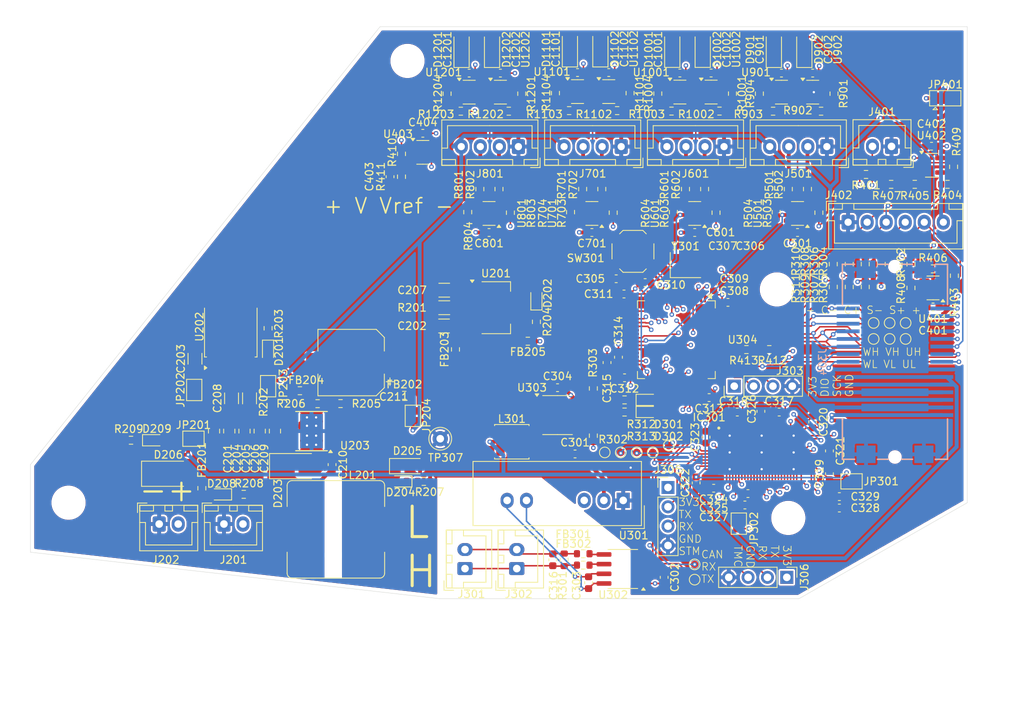
<source format=kicad_pcb>
(kicad_pcb (version 20240108) (generator "pcbnew") (generator_version "8.0")
  (layers (0 "F.Cu" signal) (1 "In1.Cu" signal) (2 "In2.Cu" signal) (31 "B.Cu" signal) (34 "B.Paste" user) (35 "F.Paste" user) (36 "B.SilkS" user "B.Silkscreen") (37 "F.SilkS" user "F.Silkscreen") (38 "B.Mask" user) (39 "F.Mask" user) (44 "Edge.Cuts" user))
  (net 0 "")
  (net 1 "GND")
  (net 2 "Net-(JP201-B)")
  (net 3 "Net-(JP202-B)")
  (net 4 "Net-(C207-Pad1)")
  (net 5 "+5V")
  (net 6 "Net-(C208-Pad1)")
  (net 7 "Net-(U203-BOOT)")
  (net 8 "VCC")
  (net 9 "Net-(D201-A)")
  (net 10 "Net-(D204-A)")
  (net 11 "SWD_RSTN")
  (net 12 "Net-(U301-+VIN)")
  (net 13 "Net-(U301-+VOUT)")
  (net 14 "Net-(U301--VOUT)")
  (net 15 "Net-(U304-PF0)")
  (net 16 "Net-(U304-PF1)")
  (net 17 "3V3_REF")
  (net 18 "Net-(U403-+)")
  (net 19 "Net-(D204-K)")
  (net 20 "Net-(D302-K)")
  (net 21 "Net-(D302-A)")
  (net 22 "WL")
  (net 23 "UL")
  (net 24 "Net-(D201-K)")
  (net 25 "Net-(D202-K)")
  (net 26 "Net-(D203-K)")
  (net 27 "Net-(D301-K)")
  (net 28 "VL")
  (net 29 "UH")
  (net 30 "WH")
  (net 31 "VH")
  (net 32 "Vsen_U")
  (net 33 "Vsen_DC")
  (net 34 "Vsen_V")
  (net 35 "RDY")
  (net 36 "T_U")
  (net 37 "T_V")
  (net 38 "Vsen_W")
  (net 39 "T_W")
  (net 40 "T_Mot")
  (net 41 "COS-")
  (net 42 "SIN+")
  (net 43 "SIN-")
  (net 44 "COS+")
  (net 45 "Net-(U203-VSENSE)")
  (net 46 "I2C_SDA")
  (net 47 "I2C_SCL")
  (net 48 "SIN+3V3")
  (net 49 "SIN-3V3")
  (net 50 "COS+3V3")
  (net 51 "COS-3V3")
  (net 52 "Net-(U401--)")
  (net 53 "Net-(U402--)")
  (net 54 "Net-(U402-+)")
  (net 55 "SIN")
  (net 56 "COS")
  (net 57 "Isen_DC")
  (net 58 "Isen_U")
  (net 59 "Isen_V")
  (net 60 "Isen_W")
  (net 64 "/Mcu/VCCIO")
  (net 65 "UART1_TX")
  (net 66 "SWD_SWCLK")
  (net 67 "Net-(IC301-VCCCORE2)")
  (net 68 "Net-(IC301-VCCCORE1)")
  (net 69 "Net-(IC301-V5)")
  (net 70 "25MHz")
  (net 71 "Net-(IC301-VCCCORE3)")
  (net 74 "UART1_RX")
  (net 75 "SWD_SWDIO")
  (net 78 "FLTN")
  (net 79 "Net-(U401-+)")
  (net 80 "ENU")
  (net 82 "CAN_TX")
  (net 83 "CAN_RX")
  (net 85 "SPI_NSCS")
  (net 92 "Net-(U501--)")
  (net 93 "Net-(U501-+)")
  (net 94 "1V65")
  (net 95 "Net-(U601--)")
  (net 96 "Net-(U601-+)")
  (net 97 "Net-(U701--)")
  (net 98 "Net-(U701-+)")
  (net 99 "Net-(U801--)")
  (net 100 "Net-(U801-+)")
  (net 101 "Net-(D901-K)")
  (net 102 "Net-(D902-K)")
  (net 103 "Net-(D1001-K)")
  (net 104 "Net-(D1002-K)")
  (net 105 "GATE_ENC")
  (net 106 "Net-(D1101-K)")
  (net 107 "Net-(D1102-K)")
  (net 108 "Net-(D1201-K)")
  (net 109 "Net-(D1202-K)")
  (net 110 "Net-(U901-+)")
  (net 111 "Net-(U902--)")
  (net 112 "Net-(U1001-+)")
  (net 113 "Net-(U1002--)")
  (net 114 "Net-(U1101-+)")
  (net 115 "Net-(U1102--)")
  (net 116 "Net-(U1201-+)")
  (net 117 "Net-(U1202--)")
  (net 118 "Net-(D301-A)")
  (net 119 "Net-(U201-VI)")
  (net 120 "Net-(D202-A)")
  (net 121 "Net-(D206-A)")
  (net 122 "Net-(JP203-A)")
  (net 123 "Net-(JP204-A)")
  (net 124 "/Mcu/CANN")
  (net 125 "/Mcu/CANP")
  (net 126 "/Mcu/CANFN")
  (net 127 "/Mcu/CANFP")
  (net 128 "Net-(D208-K)")
  (net 129 "Net-(D209-K)")
  (net 130 "Net-(D208-A)")
  (net 140 "IV_POS")
  (net 141 "IU_POS")
  (net 144 "SPI_MISO")
  (net 145 "TMC_STATUS")
  (net 147 "IV_NEG")
  (net 148 "SPI_SCK")
  (net 152 "TMC_EN")
  (net 153 "IU_NEG")
  (net 157 "TMC_TX")
  (net 158 "SPI_MOSI")
  (net 160 "TMC_RST")
  (net 167 "/CurrentSenseOC/ISEN1/VREF")
  (net 168 "/CurrentSenseOC/ISEN1/V")
  (net 169 "/CurrentSenseOC/ISEN4/V")
  (net 170 "/CurrentSenseOC/ISEN4/VREF")
  (net 171 "TMC_RX")
  (net 172 "NRF_NCS")
  (net 173 "Net-(J402-Pin_6)")
  (footprint "Resistor_SMD:R_0603_1608Metric" (layer "F.Cu") (at 164.5 105 180)
    (property "Reference" "R312")
    (property "Value" "1k")
  )
  (footprint "Resistor_SMD:R_0603_1608Metric" (layer "F.Cu") (at 196.2 75.4 180)
    (property "Reference" "R401")
    (property "Value" "1k/1%")
  )
  (footprint "Resistor_SMD:R_0603_1608Metric" (layer "F.Cu") (at 149.51 80.425 90)
    (property "Reference" "R803")
    (property "Value" "15k")
  )
  (footprint "Package_TO_SOT_SMD:SOT-23-5" (layer "F.Cu") (at 138.0125 72.5)
    (property "Reference" "U403")
    (property "Value" "OPA340NA")
  )
  (footprint "Capacitor_SMD:C_0603_1608Metric" (layer "F.Cu") (at 155.075 126 -90)
    (property "Reference" "C316")
    (property "Value" "0.1u")
  )
  (footprint "Capacitor_SMD:C_0603_1608Metric" (layer "F.Cu") (at 144.1 62.1)
    (property "Reference" "C1201")
    (property "Value" "0.1u")
  )
  (footprint "TestPoint:TestPoint_Pad_D1.0mm" (layer "F.Cu") (at 201.4 94.9)
    (property "Reference" "TP301" (hide yes))
    (property "Value" "UH")
  )
  (footprint "Connector_JST:JST_XH_B4B-XH-A_1x04_P2.50mm_Vertical" (layer "F.Cu") (at 150.56 71.75 180)
    (property "Reference" "J801")
    (property "Value" "ISen")
  )
  (footprint "Resistor_SMD:R_0603_1608Metric" (layer "F.Cu") (at 135.2125 72.7 -90)
    (property "Reference" "R410")
    (property "Value" "10k")
  )
  (footprint "Capacitor_SMD:C_0603_1608Metric" (layer "F.Cu") (at 178.075 92.2)
    (property "Reference" "C308")
    (property "Value" "1u 10V")
  )
  (footprint "Capacitor_SMD:C_0603_1608Metric" (layer "F.Cu") (at 187.21 83.025 180)
    (property "Reference" "C501")
    (property "Value" "0.1u")
  )
  (footprint "Resistor_SMD:R_0603_1608Metric" (layer "F.Cu") (at 135.575 104.4)
    (property "Reference" "FB202")
    (property "Value" "220")
  )
  (footprint "Capacitor_SMD:C_0603_1608Metric" (layer "F.Cu") (at 146.71 83.025 180)
    (property "Reference" "C801")
    (property "Value" "0.1u")
  )
  (footprint "Diode_SMD:D_SOD-123" (layer "F.Cu") (at 174.7625 58.9875 90)
    (property "Reference" "D1002")
    (property "Value" "1N4148W")
  )
  (footprint "Resistor_SMD:R_0603_1608Metric" (layer "F.Cu") (at 159 77.325 -90)
    (property "Reference" "R701")
    (property "Value" "20k")
  )
  (footprint "Capacitor_SMD:C_0603_1608Metric" (layer "F.Cu") (at 176.2 89.9 90)
    (property "Reference" "C309")
    (property "Value" "1u 10V")
  )
  (footprint "Resistor_SMD:R_0603_1608Metric" (layer "F.Cu") (at 196.1 90.175 -90)
    (property "Reference" "R307")
    (property "Value" "20k")
  )
  (footprint "Capacitor_SMD:C_0603_1608Metric" (layer "F.Cu") (at 162.2 100.1 -90)
    (property "Reference" "C315")
    (property "Value" "10u 10V")
  )
  (footprint "LED_SMD:LED_0603_1608Metric" (layer "F.Cu") (at 111.425 117.41 180)
    (property "Reference" "D208")
    (property "Value" "RED")
  )
  (footprint "Diode_SMD:D_SMA" (layer "F.Cu") (at 121.4 113.7)
    (property "Reference" "D203")
    (property "Value" "SS54")
  )
  (footprint "Resistor_SMD:R_0603_1608Metric" (layer "F.Cu") (at 170.91 80.35 -90)
    (property "Reference" "R604")
    (property "Value" "15k")
  )
  (footprint "Resistor_SMD:R_0603_1608Metric" (layer "F.Cu") (at 198.2 87.175 90)
    (property "Reference" "R304")
    (property "Value" "10k")
  )
  (footprint "Capacitor_SMD:C_0603_1608Metric" (layer "F.Cu") (at 175.6 104.7 180)
    (property "Reference" "C313")
    (property "Value" "1u 10V")
  )
  (footprint "TestPoint:TestPoint_Pad_D1.0mm" (layer "F.Cu") (at 173.7 128.6)
    (property "Reference" "TP314" (hide yes))
    (property "Value" "CAN_TX")
  )
  (footprint "Capacitor_SMD:C_0603_1608Metric" (layer "F.Cu") (at 205 92.8 180)
    (property "Reference" "C401")
    (property "Value" "0.1u")
  )
  (footprint "TestPoint:TestPoint_Pad_D1.0mm" (layer "F.Cu") (at 199.3 94.9)
    (property "Reference" "TP302" (hide yes))
    (property "Value" "VH")
  )
  (footprint "Resistor_SMD:R_0603_1608Metric" (layer "F.Cu") (at 151 64.799999 90)
    (property "Reference" "R1201")
    (property "Value" "45.3k")
  )
  (footprint "Capacitor_SMD:C_0603_1608Metric" (layer "F.Cu") (at 171.025 84.8 180)
    (property "Reference" "C307")
    (property "Value" "15p")
  )
  (footprint "Resistor_SMD:R_1206_3216Metric" (layer "F.Cu") (at 115.26 104.8 90)
    (property "Reference" "R202")
    (property "Value" "1")
  )
  (footprint "Diode_SMD:D_SOD-123" (layer "F.Cu") (at 170.7625 58.9875 90)
    (property "Reference" "D1001")
    (property "Value" "1N4148W")
  )
  (footprint "Inductor_SMD:L_Changjiang_FNR4030S" (layer "F.Cu") (at 149.7 110.5)
    (property "Reference" "L301")
    (property "Value" "500u")
  )
  (footprint "Capacitor_SMD:C_0603_1608Metric" (layer "F.Cu") (at 133.7125 75.7 90)
    (property "Reference" "C403")
    (property "Value" "0.1u")
  )
  (footprint "Samacsys:QFN40P1050X650X90-77N" (layer "F.Cu") (at 182.5 111.9)
    (property "Reference" "IC301")
    (property "Value" "TMC4671-LA" (hide yes))
  )
  (footprint "Resistor_SMD:R_0603_1608Metric" (layer "F.Cu") (at 194 87.175 90)
    (property "Reference" "R308")
    (property "Value" "10k")
  )
  (footprint "Capacitor_SMD:C_0603_1608Metric" (layer "F.Cu") (at 189.2 107.9 -90)
    (property "Reference" "C320")
    (property "Value" "0.1u")
  )
  (footprint "Connector_JST:JST_XH_B4B-XH-A_1x04_P2.50mm_Vertical" (layer "F.Cu") (at 191.06 71.75 180)
    (property "Reference" "J501")
    (property "Value" "ISen")
  )
  (footprint "Resistor_SMD:R_0603_1608Metric" (layer "F.Cu") (at 198.2 90.175 -90)
    (property "Reference" "R305")
    (property "Value" "20k")
  )
  (footprint "Diode_SMD:D_SOD-123" (layer "F.Cu") (at 147.1 59 90)
    (property "Reference" "D1202")
    (property "Value" "1N4148W")
  )
  (footprint "Resistor_SMD:R_0603_1608Metric" (layer "F.Cu") (at 124.2 105.5)
    (property "Reference" "R206")
    (property "Value" "3.24k")
  )
  (footprint "LED_SMD:LED_0603_1608Metric" (layer "F.Cu") (at 135.1 115.7 180)
    (property "Reference" "D204")
    (property "Value" "5VGood")
  )
  (footprint "Resistor_SMD:R_0603_1608Metric" (layer "F.Cu") (at 142.3 98.375 90)
    (property "Reference" "FB203")
    (property "Value" "220")
  )
  (footprint "Connector_JST:JST_XH_B6B-XH-A_1x06_P2.50mm_Vertical" (layer "F.Cu") (at 193.85 81.675)
    (property "Reference" "J402")
    (property "Value" "Encoder")
  )
  (footprint "Resistor_SMD:R_0603_1608Metric" (layer "F.Cu") (at 163.01 80.425 90)
    (property "Reference" "R703")
    (property "Value" "15k")
  )
  (footprint "Resistor_SMD:R_0603_1608Metric" (layer "F.Cu") (at 159.075 125.2)
    (property "Reference" "FB302")
    (property "Value" "220")
  )
  (footprint "Resistor_SMD:R_0603_1608Metric" (layer "F.Cu") (at 190.3 67.1)
    (property "Reference" "R902")
    (property "Value" "10k")
  )
  (footprint "Converter_DCDC:Converter_DCDC_Murata_NCS1SxxxxSC_THT" (layer "F.Cu") (at 164.3225 118.2 180)
    (property "Reference" "U301")
    (property "Value" "NCS1S2405SC")
  )
  (footprint "Jumper:SolderJumper-3_P1.3mm_Open_Pad1.0x1.5mm" (layer "F.Cu") (at 206.6 65.4)
    (property "Reference" "JP401")
    (property "Value" "SolderJumper_3_Open")
  )
  (footprint "Resistor_SMD:R_0603_1608Metric" (layer "F.Cu") (at 192 64.799999 90)
    (property "Reference" "R901")
    (property "Value" "45.3k")
  )
  (footprint "Resistor_SMD:R_0603_1608Metric" (layer "F.Cu") (at 159.075 126.7 180)
    (property "Reference" "FB301")
    (property "Value" "220")
  )
  (footprint "Diode_SMD:D_SMA" (layer "F.Cu") (at 104.6 114.7)
    (property "Reference" "D206")
    (property "Value" "SS54")
  )
  (footprint "Capacitor_SMD:C_0603_1608Metric" (layer "F.Cu") (at 155.7 103.4 180)
    (property "Reference" "C304")
    (property "Value" "1u 10V")
  )
  (footprint "Resistor_SMD:R_0603_1608Metric" (layer "F.Cu") (at 165.225 64.724999 90)
    (property "Reference" "R1101")
    (property "Value" "45.3k")
  )
  (footprint "Resistor_SMD:R_0603_1608Metric" (layer "F.Cu") (at 202.6 76.7 180)
    (property "Reference" "R405")
    (property "Value" "10k")
  )
  (footprint "TestPoint:TestPoint_Pad_D1.0mm" (layer "F.Cu") (at 164 111.9)
    (property "Reference" "TP310" (hide yes))
    (property "Value" "SPI_MOSI")
  )
  (footprint "Resistor_SMD:R_0603_1608Metric" (layer "F.Cu") (at 196.1 87.175 90)
    (property "Reference" "R306")
    (property "Value" "10k")
  )
  (footprint "Capacitor_SMD:C_0603_1608Metric" (layer "F.Cu") (at 185.1 62.1)
    (property "Reference" "C901")
    (property "Value" "0.1u")
  )
  (footprint "Capacitor_SMD:C_1206_3216Metric" (layer "F.Cu") (at 112.9 104.8 90)
    (property "Reference" "C208")
    (property "Value" "10u 50V")
  )
  (footprint "Package_TO_SOT_SMD:SOT-23-5" (layer "F.Cu") (at 162.425 64.525)
    (property "Reference" "U1102")
    (property "Value" "LMV7219M5")
  )
  (footprint "Resistor_SMD:R_0603_1608Metric" (layer "F.Cu") (at 188.51 77.325 -90)
    (property "Reference" "R502")
    (property "Value" "20k")
  )
  (footprint "Capacitor_SMD:C_0603_1608Metric" (layer "F.Cu") (at 180.3 118.8 180)
    (property "Reference" "C327")
    (property "Value" "4.7u")
  )
  (footprint "Resistor_SMD:R_0603_1608Metric" (layer "F.Cu") (at 184.000001 67.1)
    (property "Reference" "R903")
    (property "Value" "10k")
  )
  (footprint "Capacitor_SMD:C_1206_3216Metric" (layer "F.Cu") (at 108.1 99.6 90)
    (property "Reference" "C203")
    (property "Value" "10u 50V")
  )
  (footprint "TestPoint:TestPoint_Pad_D1.0mm" (layer "F.Cu") (at 168.2 111.9)
    (property "Reference" "TP308" (hide yes))
    (property "Value" "SPI_SCK")
  )
  (footprint "Capacitor_SMD:C_0603_1608Metric" (layer "F.Cu") (at 148.2 62.099999)
    (property "Reference" "C1202")
    (property "Value" "0.1u")
  )
  (footprint "Capacitor_SMD:C_0603_1608Metric" (layer "F.Cu") (at 167.2 89.6)
    (property "Reference" "C310")
    (property "Value" "1u 10V")
  )
  (footprint "Package_TO_SOT_SMD:SOT-23-5" (layer "F.Cu") (at 148.2 64.6)
    (property "Reference" "U1202")
    (property "Value" "LMV7219M5")
  )
  (footprint "Resistor_SMD:R_0603_1608Metric" (layer "F.Cu") (at 163.525 67.025)
    (property "Reference" "R1102")
    (property "Value" "10k")
  )
  (footprint "Resistor_SMD:R_0603_1608Metric" (layer "F.Cu") (at 138.1425 115.7)
    (property "Reference" "R207")
    (property "Value" "2k")
  )
  (footprint "Capacitor_SMD:C_0603_1608Metric" (layer "F.Cu") (at 175.8625 62.087499)
    (property "Reference" "C1002")
    (property "Value" "0.1u")
  )
  (footprint "Capacitor_SMD:C_0603_1608Metric" (layer "F.Cu") (at 158 112.1 180)
    (property "Reference" "C301")
    (property "Value" "330n")
  )
  (footprint "Resistor_SMD:R_0603_1608Metric" (layer "F.Cu") (at 186 77.325 -90)
    (property "Reference" "R501")
    (property "Value" "20k")
  )
  (footprint "Capacitor_SMD:C_0603_1608Metric" (layer "F.Cu") (at 173.71 83.025 180)
    (property "Reference" "C601")
    (property "Value" "0.1u")
  )
  (footprint "Capacitor_SMD:C_0603_1608Metric" (layer "F.Cu") (at 191.4 114.7 -90)
    (property "Reference" "C319")
    (property "Value" "0.1u")
  )
  (footprint "TestPoint:TestPoint_Pad_D1.0mm" (layer "F.Cu") (at 199.3 97)
    (property "Reference" "TP305" (hide yes))
    (property "Value" "VL")
  )
  (footprint "Capacitor_SMD:C_1206_3216Metric" (layer "F.Cu") (at 140.825 90.6)
    (property "Reference" "C207")
    (property "Value" "10u 50V")
  )
  (footprint "Capacitor_SMD:C_0603_1608Metric" (layer "F.Cu") (at 160.21 83.025 180)
    (property "Reference" "C701")
    (property "Value" "0.1u")
  )
  (footprint "Capacitor_SMD:C_0603_1608Metric" (layer "F.Cu") (at 173.9 115.9 90)
    (property "Reference" "C322")
    (property "Value" "0.1u")
  )
  (footprint "Resistor_SMD:R_1206_3216Metric" (layer "F.Cu") (at 140.825 92.9)
    (property "Reference" "R201")
    (property "Value" "1")
  )
  (footprint "Capacitor_SMD:C_0603_1608Metric" (layer "F.Cu") (at 158.325 62.025)
    (property "Reference" "C1101")
    (property "Value" "0.1u")
  )
  (footprint "Package_TO_SOT_SMD:SOT-23-5" (layer "F.Cu") (at 204.8 74.2)
    (property "Reference" "U402")
    (property "Value" "OPA340NA")
  )
  (footprint "Connector_PinHeader_2.54mm:PinHeader_1x04_P2.54mm_Vertical" (layer "F.Cu") (at 185.8 128.3 -90)
    (property "Reference" "J306")
    (property "Value" "Conn_01x04")
  )
  (footprint "LED_SMD:LED_0603_1608Metric" (layer "F.Cu") (at 167.5 106.59)
    (property "Reference" "D302")
    (property "Value" "LED")
  )
  (footprint "Connector_JST:JST_XH_B2B-XH-A_1x02_P2.50mm_Vertical" (layer "F.Cu") (at 199.55 71.725 180)
    (property "Reference" "J401")
    (property "Value" "T_Mot")
  )
  (footprint "TestPoint:TestPoint_Pad_D1.0mm" (layer "F.Cu") (at 201.4 97)
    (property "Reference" "TP304" (hide yes))
    (property "Value" "UL")
  )
  (footprint "LED_SMD:LED_0603_1608Metric" (layer "F.Cu") (at 102.7 110.3)
    (property "Reference" "D209")
    (property "Value" "Green")
  )
  (footprint "Connector_JST:JST_XH_B4B-XH-A_1x04_P2.50mm_Vertical" (layer "F.Cu") (at 164.06 71.75 180)
    (property "Reference" "J701")
    (property "Value" "ISen")
  )
  (footprint "Resistor_SMD:R_0603_1608Metric" (layer "F.Cu") (at 161.51 77.325 -90)
    (property "Reference" "R702")
    (property "Value" "20k")
  )
  (footprint "Capacitor_SMD:C_0603_1608Metric" (layer "F.Cu") (at 192.7 117.7)
    (property "Reference" "C329")
    (property "Value" "0.47u")
  )
  (footprint "Capacitor_SMD:C_0805_2012Metric" (layer "F.Cu") (at 112.6 109.1 90)
    (property "Reference" "C204")
    (property "Value" "2.2u 50V")
  )
  (footprint "Resistor_SMD:R_0603_1608Metric" (layer "F.Cu") (at 157.225001 67.025)
    (property "Reference" "R1103")
    (property "Value" "10k")
  )
  (footprint "Package_SO:TI_SO-PowerPAD-8_ThermalVias" (layer "F.Cu") (at 123.4 109.1 180)
    (property "Reference" "U203")
    (property "Value" "TPS5430DDA")
  )
  (footprint "Resistor_SMD:R_0603_1608Metric" (layer "F.Cu") (at 145.5 77.325 -90)
    (property "Reference" "R801")
    (property "Value" "20k")
  )
  (footprint "LED_SMD:LED_0603_1608Metric" (layer "F.Cu") (at 167.5 105)
    (property "Reference" "D301")
    (property "Value" "LED")
  )
  (footprint "TestPoint:TestPoint_Pad_D1.0mm" (layer "F.Cu") (at 161.9 111.9)
    (property "Reference" "TP312" (hide yes))
    (property "Value" "SPI_GND")
  )
  (footprint "Resistor_SMD:R_0603_1608Metric" (layer "F.Cu") (at 182.200001 64.8 -90)
    (property "Reference" "R904")
    (property "Value" "45.3k")
  )
  (footprint "Package_TO_SOT_SMD:SOT-23-5" (layer "F.Cu") (at 171.7625 64.5875)
    (property "Reference" "U1001")
    (property "Value" "LMV7219M5")
  )
  (footprint "Package_TO_SOT_SMD:SOT-23-5" (layer "F.Cu") (at 146.71 80.525 180)
    (property "Reference" "U801")
    (property "Value" "OPA340NA")
  )
  (footprint "Package_TO_SOT_SMD:SOT-23-5" (layer "F.Cu") (at 175.8625 64.5875)
    (property "Reference" "U1002")
    (property "Value" "LMV7219M5")
  )
  (footprint "Diode_SMD:D_SOD-123" (layer "F.Cu") (at 161.325 58.925 90)
    (property "Reference" "D1102")
    (property "Value" "1N4148W")
  )
  (footprint "Capacitor_SMD:C_0603_1608Metric" (layer "F.Cu") (at 126.1 113.5 -90)
    (property "Reference" "C210")
    (property "Value" "10n")
  )
  (footprint "Resistor_SMD:R_0603_1608Metric" (layer "F.Cu") (at 135.2125 75.7 90)
    (property "Reference" "R411")
    (property "Value" "10k")
  )
  (footprint "Capacitor_SMD:C_1206_3216Metric" (layer "F.Cu") (at 140.8 95.3 180)
    (property "Reference" "C202")
    (property "Value" "10u 50V")
  )
  (footprint "Resistor_SMD:R_0603_1608Metric" (layer "F.Cu") (at 199.5 76.7)
    (property "Reference" "R407")
    (property "Value" "15k")
  )
  (footprint "Capacitor_SMD:C_0603_1608Metric" (layer "F.Cu") (at 159.775 129 90)
    (property "Reference" "C303")
    (property "Value" "0.1u")
  )
  (footprint "MountingHole:MountingHole_4mm" (layer "F.Cu") (at 186 120.5)
    (property "Reference" "H102" (hide yes))
    (property "Value" "MountingHole")
  )
  (footprint "Resistor_SMD:R_0603_1608Metric" (layer "F.Cu") (at 109 116.6 90)
    (property "Reference" "FB201")
    (property "Value" "220")
  )
  (footprint "Connector_PinHeader_2.54mm:PinHeader_1x04_P2.54mm_Vertical" (layer "F.Cu") (at 178.9 103.2 90)
    (property "Reference" "J303")
    (property "Value" "Conn_01x04")
  )
  (footprint "Resistor_SMD:R_0603_1608Metric" (layer "F.Cu") (at 190.01 80.425 90)
    (property "Reference" "R503")
    (property "Value" "15k")
  )
  (footprint "Capacitor_SMD:C_0805_2012Metric" (layer "F.Cu") (at 110.6 109.1 90)
    (property "Reference" "C201")
    (property "Value" "2.2u 50V")
  )
  (footprint "Capacitor_SMD:C_0603_1608Metric" (layer "F.Cu") (at 162.425 62.024999)
    (property "Reference" "C1102")
    (property "Value" "0.1u")
  )
  (footprint "Resistor_SMD:R_0603_1608Metric" (layer "F.Cu") (at 180.5 98.4 180)
    (property "Reference" "R413")
    (property "Value" "20k")
  )
  (footprint "Package_TO_SOT_SMD:TO-252-2" (layer "F.Cu") (at 112.8025 96.06 90)
    (property "Reference" "U202")
    (property "Value" "L7805")
  )
  (footprint "Package_QFP:LQFP-64_10x10mm_P0.5mm" (layer "F.Cu") (at 171.3 97.1 -90)
    (property "Reference" "U304")
    (property "Value" "STM32G474RETx")
  )
  (footprint "Capacitor_SMD:CP_Elec_8x10.5" (layer "F.Cu") (at 128.6 100.1 180)
    (property "Reference" "C211")
    (property "Value" "220u")
  )
  (footprint "Capacitor_SMD:C_0603_1608Metric" (layer "F.Cu") (at 164.5 102.1 180)
    (property "Reference" "C312")
    (property "Value" "1u 10V")
  )
  (footprint "Capacitor_SMD:C_0805_2012Metric" (layer "F.Cu") (at 116.6 109.1 90)
    (property "Reference" "C206")
    (property "Value" "2.2u 50V")
  )
  (footprint "Jumper:SolderJumper-2_P1.3mm_Open_Pad1.0x1.5mm" (layer "F.Cu") (at 108 103.7 90)
    (property "Reference" "JP202")
    (property "Value" "VB_5VLDO")
  )
  (footprint "Package_TO_SOT_SMD:SOT-23-5" (layer "F.Cu") (at 187.21 80.525 180)
    (property "Reference" "U501")
    (property "Value" "OPA340NA")
  )
  (footprint "Jumper:SolderJumper-2_P1.3mm_Open_Pad1.0x1.5mm" (layer "F.Cu") (at 136.7 107.1 -90)
    (property "Reference" "JP204")
    (property "Value" "SW_5V")
  )
  (footprint "Resistor_SMD:R_0603_1608Metric" (layer "F.Cu") (at 178.6625 64.787499 90)
    (property "Reference" "R1001")
    (property "Value" "45.3k")
  )
  (footprint "MountingHole:MountingHole_4mm" (layer "F.Cu") (at 184.5 90.5)
    (property "Reference" "H101" (hide yes))
    (property "Value" "MountingHole")
  )
  (footprint "Resistor_SMD:R_0603_1608Metric" (layer "F.Cu") (at 168.862501 64.7875 -90)
    (property "Reference" "R1004")
    (property "Value" "45.3k")
  )
  (footprint "Connector_JST:JST_XH_B4B-XH-A_1x04_P2.50mm_Vertical" (layer "F.Cu") (at 177.56 71.75 180)
    (property "Reference" "J601")
    (property "Value" "ISen")
  )
  (footprint "Resistor_SMD:R_0603_1608Metric" (layer "F.Cu") (at 176.51 80.425 90)
    (property "Reference" "R603")
    (property "Value" "15k")
  )
  (footprint "Resistor_SMD:R_0603_1608Metric" (layer "F.Cu") (at 202.1 90.3 -90)
    (property "Reference" "R408")
    (property "Value" "15k")
  )
  (footprint "Package_TO_SOT_SMD:SOT-223-3_TabPin2" (layer "F.Cu") (at 147.625 92.9)
    (property "Reference" "U201")
    (property "Value" "AMS1117-3.3")
  )
  (footprint "Resistor_SMD:R_0603_1608Metric" (layer "F.Cu") (at 160.4 109.7 -90)
    (property "Reference" "R302")
    (property "Value" "10k")
  )
  (footprint "Diode_SMD:D_SOD-123" (layer "F.Cu") (at 143.1 59 90)
    (property "Reference" "D1201")
    (property "Value" "1N4148W")
  )
  (footprint "Resistor_SMD:R_0603_1608Metric" (layer "F.Cu") (at 143.91 80.35 -90)
    (property "Reference" "R804")
    (property "Value" "15k")
  )
  (footprint "Resistor_SMD:R_0603_1608Metric" (layer "F.Cu") (at 205 87.8)
    (property "Reference" "R406")
    (property "Value" "15k")
  )
  (footprint "Package_TO_SOT_SMD:SOT-23-5" (layer "F.Cu") (at 144.1 64.6)
    (property "Reference" "U1201")
    (property "Value" "LMV7219M5")
  )
  (footprint "Diode_SMD:D_SOD-123" (layer "F.Cu") (at 184.1 59 90)
    (property "Reference" "D901")
    (property "Value" "1N4148W")
  )
  (footprint "Resistor_SMD:R_0603_1608Metric" (layer "F.Cu") (at 170.662501 67.0875)
    (property "Reference" "R1003")
    (property "Value" "10k")
  )
  (footprint "Resistor_SMD:R_0603_1608Metric" (layer "F.Cu") (at 149.3 67.1)
    (property "Reference" "R1202")
    (property "Value" "10k")
  )
  (footprint "Capacitor_SMD:C_0805_2012Metric" (layer "F.Cu") (at 114.6 109.1 90)
    (property "Reference" "C205")
    (property "Value" "2.2u 50V")
  )
  (footprint "Resistor_SMD:R_0603_1608Metric" (layer "F.Cu") (at 157.41 80.35 -90)
    (property "Reference" "R704")
    (property "Value" "15k")
  )
  (footprint "Connector_JST:JST_XH_B2B-XH-A_1x02_P2.50mm_Vertical" (layer "F.Cu") (at 103.4 121.3)
    (property "Reference" "J202")
    (property "Value" "PWR_IN")
  )
  (footprint "Resistor_SMD:R_0603_1608Metric" (layer "F.Cu") (at 99.7 110.3 180)
    (property "Reference" "R209")
    (property "Value" "5k")
  )
  (footprint "Resistor_SMD:R_0603_1608Metric" (layer "F.Cu") (at 194 90.175 -90)
    (property "Reference" "R309")
    (property "Value" "20k")
  )
  (footprint "Resistor_SMD:R_0603_1608Metric" (layer "F.Cu") (at 206.9 76.7 180)
    (property "Reference" "R404")
    (property "Value" "10k")
  )
  (footprint "Connector_JST:JST_XH_B2B-XH-A_1x02_P2.50mm_Vertical" (layer "F.Cu") (at 143.55 127.15 90)
    (property "Reference" "J301")
    (property "Value" "CAN")
  )
  (footprint "Capacitor_SMD:C_0603_1608Metric" (layer "F.Cu") (at 180.7 117.3 180)
    (property "Reference" "C325")
    (property "Value" "0.1u")
  )
  (footprint "Resistor_SMD:R_0603_1608Metric" (layer "F.Cu") (at 114.5 117.4)
    (property "Reference" "R208")
    (property "Value" "5k")
  )
  (footprint "Package_TO_SOT_SMD:SOT-23-5" (layer "F.Cu") (at 189.2 64.6)
    (property "Reference" "U902")
    (property "Value" "LMV7219M5")
  )
  (footprint "Resistor_SMD:R_0603_1608Metric" (layer "F.Cu") (at 172.5 77.325 -90)
    (property "Reference" "R601")
    (property "Value" "20k")
  )
  (footprint "TestPoint:TestPoint_Pad_D1.0mm" (layer "F.Cu") (at 197.2 94.9)
    (property "Reference" "TP303" (hide yes))
    (property "Value" "WH")
  )
  (footprint "Resistor_SMD:R_0603_1608Metric" (layer "F.Cu") (at 141.200001 64.8 -90)
    (property "Reference" "R1204")
    (property "Value" "45.3k")
  )
  (footprint "Capacitor_SMD:C_0603_1608Metric" (layer "F.Cu") (at 138.0125 70)
    (property "Reference" "C404")
    (property "Value" "0.1u")
  )
  (footprint "Connector_PinHeader_2.54mm:PinHeader_1x04_P2.54mm_Vertical" (layer "F.Cu") (at 170.2 116.5)
    (property "Reference" "J305")
    (property "Value" "Conn_01x04")
  )
  (footprint "TestPoint:TestPoint_Pad_D1.0mm" (layer "F.Cu") (at 173.7 126.6)
    (property "Reference" "TP313" (hide yes))
    (property "Value" "CAN_RX")
  )
  (footprint "TestPoint:TestPoint_Pad_D1.0mm" (layer "F.Cu") (at 170.3 111)
    (property "Reference" "TP311" (hide yes))
    (property "Value" "SPI_NCSC")
  )
  (footprint "Resistor_SMD:R_0603_1608Metric" (layer "F.Cu") (at 175.01 77.325 -90)
    (property "Reference" "R602")
    (property "Value" "20k")
  )
  (footprint "Resistor_SMD:R_0603_1608Metric" (layer "F.Cu") (at 117.7 95.6 90)
    (property "Reference" "R203")
    (property "Value" "2k")
  )
  (footprint "Capacitor_SMD:C_0603_1608Metric" (layer "F.Cu") (at 163.7 99.4 -90)
    (property "Reference" "C314")
    (property "Value" "10u 10V")
  )
  (footprint "Capacitor_SMD:C_0603_1608Metric" (layer "F.Cu") (at 176.2 116.6 180)
    (property "Reference" "C324")
    (property "Value" "0.1u")
  )
  (footprint "TestPoint:TestPoint_Pad_D1.0mm" (layer "F.Cu") (at 197.2 97)
    (property "Reference" "TP306" (hide yes))
    (property "Value" "WL")
  )
  (footprint "Capacitor_SMD:C_0603_1608Metric" (layer "F.Cu") (at 164.425 91.1 180)
    (property "Reference" "C311")
    (property "Value" "1u 10V")
  )
  (footprint "Package_TO_SOT_SMD:SOT-23-5" (layer "F.Cu") (at 205 90.3 180)
    (property "Reference" "U401")
    (property "Value" "OPA340NA")
  )
  (footprint "Package_SO:SOIC-8_3.9x4.9mm_P1.27mm" (layer "F.Cu") (at 164.275 127.2 180)
    (property "Reference" "U302")
    (property "Value" "ISO1044BD")
  )
  (footprint "Jumper:SolderJumper-2_P1.3mm_Open_Pad1.0x1.5mm" (layer "F.Cu") (at 179.5 121.25 -90)
    (property "Reference" "JP302")
    (property "Value" "TMC_5V")
  )
  (footprint "LED_SMD:LED_0603_1608Metric" (layer "F.Cu") (at 117.69 98.6425 -90)
    (property "Reference" "D201")
    (property "Value" "5VGoodLDO")
  )
  (footprint "Diode_SMD:D_SOD-123" (layer "F.Cu") (at 157.325 58.925 90)
    (property "Reference" "D1101")
    (property "Value" "1N4148W")
  )
  (footprint "Capacitor_SMD:C_0603_1608Metric" (layer "F.Cu") (at 171.7625 62.0875)
    (property "Reference" "C1001")
    (property "Value" "0.1u")
  )
  (footprint "Capacitor_SMD:C_0603_1608Metric" (layer "F.Cu") (at 175.2 109.9 90)
    (property "Reference" "C323")
    (property "Value" "0.1u")
  )
  (footprint "Capacitor_SMD:C_0805_2012Metric" (layer "F.Cu") (at 118.6 109.1 90)
    (property "Reference" "C209")
    (property "Value" "2.2u 50V")
  )
  (footprint "Resistor_SMD:R_0603_1608Metric" (layer "F.Cu") (at 156.575 126 90)
    (property "Reference" "R301")
    (property "Value" "120")
  )
  (footprint "Resistor_SMD:R_0603_1608Metric" (layer "F.Cu") (at 148.01 77.325 -90)
    (property "Reference" "R802")
    (property "Value" "20k")
  )
  (footprint "Capacitor_SMD:C_0603_1608Metric" (layer "F.Cu") (at 204.8 71.7)
    (property "Reference" "C402")
    (property "Value" "0.1u")
  )
  (footprint "Diode_SMD:D_SOD-123" (layer "F.Cu") (at 188.1 59 90)
    (property "Reference" "D902")
    (property "Value" "1N4148W")
  )
  (footprint "LED_SMD:LED_0603_1608Metric" (layer "F.Cu") (at 152.925 91.7125 90)
    (property "Reference" "D202")
    (property "Value" "3V3Good")
  )
  (footprint "TestPoint:TestPoint_Loop_D1.80mm_Drill1.0mm_Beaded" (layer "F.Cu") (at 140.3 110.1)
    (property "Reference" "TP307")
    (property "Value" "GND")
  )
  (footprint "Connector_JST:JST_XH_B2B-XH-A_1x02_P2.50mm_Vertical" (layer "F.Cu") (at 150.35 127.15 90)
    (property "Reference" "J302")
    (property "Value" "CAN")
  )
  (footprint "Resistor_SMD:R_0603_1608Metric" (layer "F.Cu") (at 121.875 103.8 180)
    (property "Reference" "FB204")
    (property "Value" "220")
  )
  (footprint "Resistor_SMD:R_0603_1608Metric" (layer "F.Cu") (at 143.000001 67.1)
    (property "Reference" "R1203")
    (property "Value" "10k")
  )
  (footprint "Resistor_SMD:R_0603_1608Metric" (layer "F.Cu") (at 207.7 74.4 90)
    (property "Reference" "R409")
    (property "Value" "15k")
  )
  (footprint "Resistor_SMD:R_0603_1608Metric" (layer "F.Cu") (at 164.5 106.6 180)
    (property "Reference" "R313")
    (property "Value" "1k")
  )
  (footprint "Capacitor_SMD:C_0603_1608Metric" (layer "F.Cu") (at 189.2 62.099999)
    (property "Reference" "C902")
    (property "Value" "0.1u")
  )
  (footprint "Resistor_SMD:R_0603_1608Metric" (layer "F.Cu") (at 184.41 80.35 -90)
    (property "Reference" "R504")
    (property "Value" "15k")
  )
  (footprint "Resistor_SMD:R_0603_1608Metric" (layer "F.Cu") (at 160.4 103.5 90)
    (property "Reference" "R303")
    (property "Value" "10k")
  )
  (footprint "Resistor_SMD:R_0603_1608Metric" (layer "F.Cu") (at 202.1 87.2 -90)
    (property "Reference" "R402")
    (property "Value" "10k")
  )
  (footprint "Capacitor_SMD:C_0603_1608Metric" (layer "F.Cu") (at 163.4 89.1 180)
    (property "Reference" "C305")
    (property "Value" "100n 16V")
  )
  (footprint "Button_Switch_SMD:SW_Push_1P1T_XKB_TS-1187A" (layer "F.Cu") (at 165.6 85.5)
    (property "Reference" "SW301")
    (property "Value" "RESET")
  )
  (footprint "Resistor_SMD:R_0603_1608Metric" (layer "F.Cu") (at 127.2075 105.49)
    (property "Reference" "R205")
    (property "Value" "10k")
  )
  (footprint "Package_TO_SOT_SMD:SOT-23-5" (layer "F.Cu") (at 173.71 80.525 180)
    (property "Reference" "U601")
    (property "Value" "OPA340NA")
  )
  (footprint "TestPoint:TestPoint_Pad_D1.0mm" (layer "F.Cu") (at 166.1 111.9)
    (property "Reference" "TP309" (hide yes))
    (property "Value" "SPI_MISO")
  )
  (footprint "Inductor_SMD:L_Bourns_SRR1260" (layer "F.Cu") (at 126.6 122)
    (property "Reference" "L201")
    (property "Value" "22uH")
  )
  (footprint "Capacitor_SMD:C_0603_1608Metric" (layer "F.Cu") (at 191.4 111.7 -90)
    (property "Reference" "C321")
    (property "Value" "0.1u")
  )
  (footprint "Package_SO:SOIC-8_3.9x4.9mm_P1.27mm" (layer "F.Cu") (at 155.7 107)
    (property "Reference" "U303")
    (property "Value" "CAT24C256")
  )
  (footprint "Resistor_SMD:R_0603_1608Metric" (layer "F.Cu") (at 151.8 97.3)
    (property "Reference" "FB205")
    (property "Value" "220")
  )
  (footprint "Resistor_SMD:R_0603_1608Metric" (layer "F.Cu") (at 191.9 87.175 90)
    (property "Reference" "R310")
    (property "Value" "10k")
  )
  (footprint "Crystal:Crystal_SMD_3225-4Pin_3.2x2.5mm" (layer "F.Cu") (at 172.5 87.3)
    (property "Reference" "Y301")
    (property "Value" "25M")
  )
  (footprint "Package_TO_SOT_SMD:SOT-23-5" (layer "F.Cu") (at 160.21 80.525 180)
    (property "Reference" "U701")
    (property "Value" "OPA340NA")
  )
  (footprint "MountingHole:MountingHole_4mm" (layer "F.Cu") (at 91.5 118.5)
    (property "Reference" "H104" (hide yes))
    (property "Value" "MountingHole")
  )
  (footprint "Capacitor_SMD:C_0603_1608Metric" (layer "F.Cu") (at 192.7 119.2)
    (property "Reference" "C328")
    (property "Value" "4.7u")
  )
  (footprint "Resistor_SMD:R_0603_1608Metric" (layer "F.Cu") (at 191.9 90.175 -90)
    (property "Reference" "R311")
    (property "Value" "20k")
  )
  (footprint "Resistor_SMD:R_0603_1608Metric" (layer "F.Cu") (at 183.5 98.4 180)
    (property "Reference" "R412")
    (property "Value" "2Meg")
  )
  (footprint "Resistor_SMD:R_0603_1608Metric" (layer "F.Cu") (at 176.9625 67.0875)
    (property "Reference" "R1002")
    (property "Value" "10k")
  )
  (footprint "Package_TO_SOT_SMD:SOT-23-5" (layer "F.Cu") (at 158.325 64.525)
    (property "Reference" "U1101")
    (property "Value" "LMV7219M5")
  )
  (footprint "Capacitor_SMD:C_0603_1608Metric" (layer "F.Cu") (at 182.4 106.5 90)
    (property "Reference" "C326")
    (property "Value" "0.1u")
  )
  (footprint "Resistor_SMD:R_0603_1608Metric" (layer "F.Cu") (at 152.925 94.755 -90)
    (property "Reference" "R204")
    (property "Value" "2k")
  )
  (footprint "Capacitor_SMD:C_0603_1608Metric" (layer "F.Cu") (at 184.8 106.6)
    (property "Reference" "C317")
    (property "Value" "0.1u")
  )
  (footprint "Diode_SMD:D_SOD-123" (layer "F.Cu") (at 136 113.7)
    (property "Reference" "D205")
    (property "Value" "5.1V")
  )
  (footprint "Jumper:SolderJumper-2_P1.3mm_Open_Pad1.0x1.5mm" (layer "F.Cu") (at 194.3 115.7)
    (property "Reference" "JP301")
    (property "Value" "TMC_3V3")
  )
  (footprint "Capacitor_SMD:C_0603_1608Metric" (layer "F.Cu") (at 169.7 128.3 -90)
    (property "Reference" "C302")
    (property "Value" "0.1u")
  )
  (footprint "Jumper:SolderJumper-2_P1.3mm_Open_Pad1.0x1.5mm" (layer "F.Cu") (at 117.7 103.2 90)
    (property "Reference" "JP203")
    (property "Value" "LDO_5V")
  )
  (footprint "Capacitor_SMD:C_0603_1608Metric" (layer "F.Cu") (at 174.025 84.8)
    (property "Reference" "C306")
    (property "Value" "15p")
  )
  (footprint "Package_TO_SOT_SMD:SOT-23-5" (layer "F.Cu") (at 185.1 64.6)
    (property "Reference" "U901")
    (property "Value" "LMV7219M5")
  )
  (footprint "Connector_JST:JST_XH_B2B-XH-A_1x02_P2.50mm_Vertical" (layer "F.Cu") (at 111.9 121.3)
    (property "Reference" "J201")
    (property "Value" "PWR_IN")
  )
  (footprint "Resistor_SMD:R_0603_1608Metric" (layer "F.Cu") (at 207.8 88.7 90)
    (property "Reference" "R403")
    (property "Value" "10k")
  )
  (footprint "Resistor_SMD:R_0603_1608Metric" (layer "F.Cu") (at 155.425001 64.725 -90)
    (property "Reference" "R1104")
    (property "Value" "45.3k")
  )
  (footprint "Jumper:SolderJumper-2_P1.3mm_Bridged_Pad1.0x1.5mm" (layer "F.Cu") (at 107.9 110.1)
    (property "Reference" "JP201")
    (property "Value" "VB_5V")
  )
  (footprint "Capacitor_SMD:C_0603_1608Metric" (layer "F.Cu") (at 179.3 106.6)
    (property "Reference" "C318")
    (property "Value" "0.1u")
  )
  (footprint "MountingHole:MountingHole_4mm" (layer "F.Cu") (at 136 60.5)
    (property "Reference" "H103" (hide yes))
    (property "Value" "MountingHole")
  )
  (footprint "Samacsys:FX2630P1SV" (layer "B.Cu") (at 200 100 90)
    (property "Reference" "J304")
    (property "Value" "FX26-30P-1SV" (hide yes))
  )
  (gr_line (start 86.5 125) (end 140.2 131.1) (stroke (width 0.05)) (layer "Edge.Cuts"))
  (gr_line (start 132.4 56) (end 209.5 56) (stroke (width 0.05)) (layer "Edge.Cuts"))
  (gr_line (start 86.5 113.5) (end 86.5 125) (stroke (width 0.05)) (layer "Edge.Cuts"))
  (gr_line (start 187.4 131.1) (end 209.5 118.5) (stroke (width 0.05)) (layer "Edge.Cuts"))
  (gr_line (start 140.2 131.1) (end 187.4 131.1) (stroke (width 0.05)) (layer "Edge.Cuts"))
  (gr_line (start 209.5 56) (end 209.5 118.5) (stroke (width 0.05)) (layer "Edge.Cuts"))
  (gr_line (start 86.5 113.5) (end 132.4 56) (stroke (width 0.05)) (layer "Edge.Cuts"))
  (gr_text "-+" (at 100.55 118.55 0) (layer "F.SilkS") (effects (font (size 3 3) (thickness 0.3)) (justify left bottom)))
  (gr_text "L\nH\n" (at 135.4 129.9 0) (layer "F.SilkS") (effects (font (size 4 4) (thickness 0.4)) (justify left bottom)))
  (gr_text "+ V Vref -" (at 124.9 80.7 0) (layer "F.SilkS") (effects (font (size 2 2) (thickness 0.2)) (justify left bottom)))
  (gr_text "3V3\nDIO\nSCK\nGND\n" (at 194.6 104.7 90) (layer "F.SilkS") (effects (font (size 1 1) (thickness 0.1)) (justify left bottom)))
  (gr_text "CAN\nRX\nTX\n" (at 174.5 129.1 0) (layer "F.SilkS") (effects (font (size 1 1) (thickness 0.1)) (justify left bottom)))
  (gr_text "3V3\nTX\nRX\nGND\nTMC\n" (at 178.8 124 270) (layer "F.SilkS") (effects (font (size 1 1) (thickness 0.1)) (justify left bottom)))
  (gr_text "3V3\nTX\nRX\nGND\nSTM\n" (at 171.53 125.45 0) (layer "F.SilkS") (effects (font (size 1 1) (thickness 0.1)) (justify left bottom)))
  (gr_text "WH VH UH\nWL VL UL\n" (at 195.7 100.9 0) (layer "F.SilkS") (effects (font (size 1 1) (thickness 0.1)) (justify left bottom)))
  (gr_text "- C- C+ S- S+ +" (at 188.2 93.8 0) (layer "F.SilkS") (effects (font (size 1 1) (thickness 0.1)) (justify left bottom)))
  (segment (start 174.825 104.7) (end 175.525 105.4) (width 0.2) (layer "F.Cu") (net 1))
  (segment (start 170.625 64.5875) (end 171.287499 64.5875) (width 0.2) (layer "F.Cu") (net 1))
  (segment (start 171.8 84.8) (end 171.8 86.05) (width 0.2) (layer "F.Cu") (net 1))
  (segment (start 180.7 110.1) (end 182.5 111.9) (width 0.2) (layer "F.Cu") (net 1))
  (segment (start 186.7 109.1) (end 186.7 109.425) (width 0.2) (layer "F.Cu") (net 1))
  (segment (start 173.25 84.8) (end 171.6 86.45) (width 0.2) (layer "F.Cu") (net 1))
  (segment (start 171.5875 62.6875) (end 170.9875 62.0875) (width 0.2) (layer "F.Cu") (net 1))
  (segment (start 118.6 108.15) (end 110.6 108.15) (width 0.5) (layer "F.Cu") (net 1))
  (segment (start 183.5 107.125) (end 184.025 106.6) (width 0.2) (layer "F.Cu") (net 1))
  (segment (start 181.075 117.7) (end 181.475 117.3) (width 0.2) (layer "F.Cu") (net 1))
  (segment (start 165.625 100.35) (end 163.875 100.35) (width 0.2) (layer "F.Cu") (net 1))
  (segment (start 158.15 64.224999) (end 158.15 62.625) (width 0.2) (layer "F.Cu") (net 1))
  (segment (start 187.625 108.7) (end 189.2 107.125) (width 0.2) (layer "F.Cu") (net 1))
  (segment (start 187.7 112.5) (end 186.975 112.5) (width 0.2) (layer "F.Cu") (net 1))
  (segment (start 186.7 112.225) (end 186.7 111.9) (width 0.2) (layer "F.Cu") (net 1))
  (segment (start 191.4 113.925) (end 189.975 112.5) (width 0.2) (layer "F.Cu") (net 1))
  (segment (start 181.475 117.3) (end 181.5 117.275) (width 0.2) (layer "F.Cu") (net 1))
  (segment (start 174.825 104.7) (end 174.55 104.425) (width 0.2) (layer "F.Cu") (net 1))
  (segment (start 174.55 104.425) (end 174.55 102.775) (width 0.2) (layer "F.Cu") (net 1))
  (segment (start 177.3 114.5) (end 176.075 114.5) (width 0.2) (layer "F.Cu") (net 1))
  (segment (start 189.4 112.5) (end 191.375 112.5) (width 0.2) (layer "F.Cu") (net 1))
  (segment (start 122.735 108.465) (end 122.8 108.4) (width 0.5) (layer "F.Cu") (net 1))
  (segment (start 171.5875 64.287499) (end 171.5875 62.6875) (width 0.2) (layer "F.Cu") (net 1))
  (segment (start 163.7 100.175) (end 162.9 100.175) (width 0.2) (layer "F.Cu") (net 1))
  (segment (start 176.075 114.5) (end 173.9 116.675) (width 0.2) (layer "F.Cu") (net 1))
  (segment (start 181.5 115.1) (end 181.5 112.9) (width 0.2) (layer "F.Cu") (net 1))
  (segment (start 177.3 110.1) (end 180.7 110.1) (width 0.2) (layer "F.Cu") (net 1))
  (segment (start 186.975 112.5) (end 186.7 112.225) (width 0.2) (layer "F.Cu") (net 1))
  (segment (start 168.05 89.675) (end 167.975 89.6) (width 0.2) (layer "F.Cu") (net 1))
  (segment (start 143.624999 64.6) (end 143.925 64.299999) (width 0.2) (layer "F.Cu") (net 1))
  (segment (start 186.7 108.7) (end 186.7 109.7) (width 0.2) (layer "F.Cu") (net 1))
  (segment (start 162.9 100.175) (end 162.2 100.875) (width 0.2) (layer "F.Cu") (net 1))
  (segment (start 175.525 105.4) (end 175.7 105.4) (width 0.2) (layer "F.Cu") (net 1))
  (segment (start 143.925 64.299999) (end 143.925 62.7) (width 0.2) (layer "F.Cu") (net 1))
  (segment (start 183.5 110.9) (end 182.5 111.9) (width 0.2) (layer "F.Cu") (net 1))
  (segment (start 175.775 110.1) (end 175.2 110.675) (width 0.2) (layer "F.Cu") (net 1))
  (segment (start 118.915 108.465) (end 118.6 108.15) (width 0.5) (layer "F.Cu") (net 1))
  (segment (start 165.625 98.35) (end 164.701471 98.35) (width 0.2) (layer "F.Cu") (net 1))
  (segment (start 168.05 91.425) (end 168.05 92.23241) (width 0.2) (layer "F.Cu") (net 1))
  (segment (start 158.15 62.625) (end 157.55 62.025) (width 0.2) (layer "F.Cu") (net 1))
  (segment (start 191.375 112.5) (end 191.4 112.475) (width 0.2) (layer "F.Cu") (net 1))
  (segment (start 168.05 92.23241) (end 167.78241 92.5) (width 0.2) (layer "F.Cu") (net 1))
  (segment (start 189.975 112.5) (end 189.4 112.5) (width 0.2) (layer "F.Cu") (net 1))
  (segment (start 181.5 112.9) (end 182.5 111.9) (width 0.2) (layer "F.Cu") (net 1))
  (segment (start 171.287499 64.5875) (end 171.5875 64.287499) (width 0.2) (layer "F.Cu") (net 1))
  (segment (start 184.325 98.4) (end 184.1 98.4) (width 0.2) (layer "F.Cu") (net 1))
  (segment (start 179.1 108.7) (end 179.1 107.175) (width 0.2) (layer "F.Cu") (net 1))
  (segment (start 157.849999 64.525) (end 158.15 64.224999) (width 0.2) (layer "F.Cu") (net 1))
  (segment (start 184.225 111.9) (end 182.5 111.9) (width 0.2) (layer "F.Cu") (net 1))
  (segment (start 168.05 91.425) (end 168.05 89.675) (width 0.2) (layer "F.Cu") (net 1))
  (segment (start 167.78241 92.5) (end 166 92.5) (width 0.2) (layer "F.Cu") (net 1))
  (segment (start 184.925 64.299999) (end 184.925 62.7) (width 0.2) (layer "F.Cu") (net 1))
  (segment (start 187.1 108.7) (end 186.7 109.1) (width 0.2) (layer "F.Cu") (net 1))
  (segment (start 143.925 62.7) (end 143.325 62.1) (width 0.2) (layer "F.Cu") (net 1))
  (segment (start 186.7 109.425) (end 184.225 111.9) (width 0.2) (layer "F.Cu") (net 1))
  (segment (start 187.1 108.7) (end 187.625 108.7) (width 0.2) (layer "F.Cu") (net 1))
  (segment (start 179.1 108.7) (end 179.1 109.425) (width 0.2) (layer "F.Cu") (net 1))
  (segment (start 144.475 90.6) (end 142.3 90.6) (width 0.5) (layer "F.Cu") (net 1))
  (segment (start 120.7 108.465) (end 118.915 108.465) (width 0.5) (layer "F.Cu") (net 1))
  (segment (start 189.4 112.5) (end 187.7 112.5) (width 0.2) (layer "F.Cu") (net 1))
  (segment (start 179.1 109.425) (end 181.575 111.9) (width 0.2) (layer "F.Cu") (net 1))
  (segment (start 171.8 86.05) (end 171.4 86.45) (width 0.2) (layer "F.Cu") (net 1))
  (segment (start 120.7 108.465) (end 122.735 108.465) (width 0.5) (layer "F.Cu") (net 1))
  (segment (start 183.5 108.7) (end 183.5 107.125) (width 0.2) (layer "F.Cu") (net 1))
  (segment (start 183.9625 64.6) (end 184.624999 64.6) (width 0.2) (layer "F.Cu") (net 1))
  (segment (start 163.875 100.35) (end 163.7 100.175) (width 0.2) (layer "F.Cu") (net 1))
  (segment (start 184.624999 64.6) (end 184.925 64.299999) (width 0.2) (layer "F.Cu") (net 1))
  (segment (start 181.5 117.275) (end 181.5 115.1) (width 0.2) (layer "F.Cu") (net 1))
  (segment (start 171.6 86.45) (end 171.4 86.45) (width 0.2) (layer "F.Cu") (net 1))
  (segment (start 157.1875 64.525) (end 157.849999 64.525) (width 0.2) (layer "F.Cu") (net 1))
  (segment (start 181.075 118.8) (end 181.075 117.7) (width 0.2) (layer "F.Cu") (net 1))
  (segment (start 164.3 97.948529) (end 164.3 97.6) (width 0.2) (layer "F.Cu") (net 1))
  (segment (start 181.575 111.9) (end 182.5 111.9) (width 0.2) (layer "F.Cu") (net 1))
  (segment (start 177.3 110.1) (end 175.775 110.1) (width 0.2) (layer "F.Cu") (net 1))
  (segment (start 164.701471 98.35) (end 164.3 97.948529) (width 0.2) (layer "F.Cu") (net 1))
  (segment (start 183.5 108.7) (end 183.5 110.9) (width 0.2) (layer "F.Cu") (net 1))
  (segment (start 186.7 108.7) (end 187.1 108.7) (width 0.2) (layer "F.Cu") (net 1))
  (segment (start 184.1 98.4) (end 183.5 99) (width 0.2) (layer "F.Cu") (net 1))
  (segment (start 179.1 107.175) (end 178.525 106.6) (width 0.2) (layer "F.Cu") (net 1))
  (segment (start 142.9625 64.6) (end 143.624999 64.6) (width 0.2) (layer "F.Cu") (net 1))
  (segment (start 184.925 62.7) (end 184.325 62.1) (width 0.2) (layer "F.Cu") (net 1))
  (via (at 183.5 99) (size 0.6) (drill 0.3) (layers "F.Cu" "B.Cu") (net 1))
  (via (at 186.7 111.9) (size 0.6) (drill 0.3) (layers "F.Cu" "B.Cu") (net 1))
  (via (at 182.5 114.1) (size 0.6) (drill 0.3) (layers "F.Cu" "B.Cu") (net 1))
  (via (at 182.5 109.7) (size 0.6) (drill 0.3) (layers "F.Cu" "B.Cu") (net 1))
  (via (at 186.7 114.1) (size 0.6) (drill 0.3) (layers "F.Cu" "B.Cu") (net 1))
  (via (at 165.3 113.9) (size 0.6) (drill 0.3) (layers "F.Cu" "B.Cu") (net 1))
  (via (at 186.7 109.7) (size 0.6) (drill 0.3) (layers "F.Cu" "B.Cu") (net 1))
  (via (at 178.3 114.1) (size 0.6) (drill 0.3) (layers "F.Cu" "B.Cu") (net 1))
  (via (at 178.3 111.9) (size 0.6) (drill 0.3) (layers "F.Cu" "B.Cu") (net 1))
  (via (at 189.35 64.6) (size 0.6) (drill 0.3) (layers "F.Cu" "B.Cu") (net 1))
  (via (at 178.3 109.7) (size 0.6) (drill 0.3) (layers "F.Cu" "B.Cu") (net 1))
  (via (at 182.5 111.9) (size 0.6) (drill 0.3) (layers "F.Cu" "B.Cu") (net 1))
  (segment (start 110.55 110.1) (end 110.6 110.05) (width 0.5) (layer "F.Cu") (net 2))
  (segment (start 120.7 109.735) (end 118.915 109.735) (width 0.5) (layer "F.Cu") (net 2))
  (segment (start 108.55 110.1) (end 110.55 110.1) (width 0.5) (layer "F.Cu") (net 2))
  (segment (start 118.915 109.735) (end 118.6 110.05) (width 0.5) (layer "F.Cu") (net 2))
  (segment (start 110.6 110.05) (end 118.6 110.05) (width 0.5) (layer "F.Cu") (net 2))
  (segment (start 110.5225 101.1) (end 108.125 101.1) (width 0.5) (layer "F.Cu") (net 3))
  (segment (start 108.1 101.075) (end 108.1 102.95) (width 0.5) (layer "F.Cu") (net 3))
  (segment (start 108.125 101.1) (end 108.1 101.075) (width 0.5) (layer "F.Cu") (net 3))
  (segment (start 108.1 102.95) (end 108 103.05) (width 0.5) (layer "F.Cu") (net 3))
  (segment (start 139.3625 90.6125) (end 139.35 90.6) (width 0.5) (layer "F.Cu") (net 4))
  (segment (start 139.3625 92.9) (end 139.3625 90.6125) (width 0.5) (layer "F.Cu") (net 4))
  (segment (start 119.25 102.45) (end 119.3 102.5) (width 0.5) (layer "F.Cu") (net 5))
  (segment (start 207.9 66.25) (end 207.9 65.4) (width 0.5) (layer "F.Cu") (net 5))
  (segment (start 179.5 121.9) (end 180.8 121.9) (width 0.2) (layer "F.Cu") (net 5))
  (segment (start 142.3 103.4) (end 136.7 109) (width 0.5) (layer "F.Cu") (net 5))
  (segment (start 206.15 68) (end 207.9 66.25) (width 0.5) (layer "F.Cu") (net 5))
  (segment (start 136.7 109) (end 136.7 107.75) (width 0.5) (layer "F.Cu") (net 5))
  (segment (start 198.1 68) (end 206.15 68) (width 0.5) (layer "F.Cu") (net 5))
  (segment (start 142.3 99.2) (end 142.3 103.4) (width 0.5) (layer "F.Cu") (net 5))
  (segment (start 117.7 102.45) (end 119.25 102.45) (width 0.5) (layer "F.Cu") (net 5))
  (via (at 198.1 68) (size 0.6) (drill 0.3) (layers "F.Cu" "B.Cu") (net 5))
  (via (at 119.3 102.5) (size 0.6) (drill 0.3) (layers "F.Cu" "B.Cu") (net 5))
  (via (at 136.7 109) (size 0.6) (drill 0.3) (layers "F.Cu" "B.Cu") (net 5))
  (via (at 180.8 121.9) (size 0.6) (drill 0.3) (layers "F.Cu" "B.Cu") (net 5))
  (segment (start 168.635 70.325) (end 182.135 70.325) (width 0.5) (layer "B.Cu") (net 5))
  (segment (start 192.36 73.74) (end 192.36 76.24) (width 0.5) (layer "B.Cu") (net 5))
  (segment (start 142 71.75) (end 143.06 71.75) (width 0.5) (layer "B.Cu") (net 5))
  (segment (start 137.6 84.2) (end 143.06 78.74) (width 0.5) (layer "B.Cu") (net 5))
  (segment (start 188.5 74.1) (end 191.5 77.1) (width 0.5) (layer "B.Cu") (net 5))
  (segment (start 155.33 70.52) (end 156.56 71.75) (width 0.5) (layer "B.Cu") (net 5))
  (segment (start 189.9 105) (end 193.85 105) (width 0.5) (layer "B.Cu") (net 5))
  (segment (start 142 71.75) (end 143.425 70.325) (width 0.5) (layer "B.Cu") (net 5))
  (segment (start 188.55 87.95) (end 188.55 103.65) (width 0.5) (layer "B.Cu") (net 5))
  (segment (start 136.7 109) (end 137.6 108.1) (width 0.5) (layer "B.Cu") (net 5))
  (segment (start 155.33 70.52) (end 155.525 70.325) (width 0.5) (layer "B.Cu") (net 5))
  (segment (start 185.91 74.1) (end 188.5 74.1) (width 0.5) (layer "B.Cu") (net 5))
  (segment (start 119.3 102.5) (end 143.06 78.74) (width 0.5) (layer "B.Cu") (net 5))
  (segment (start 137.6 108.1) (end 137.6 84.2) (width 0.5) (layer "B.Cu") (net 5))
  (segment (start 155.135 70.325) (end 155.33 70.52) (width 0.5) (layer "B.Cu") (net 5))
  (segment (start 168.635 70.325) (end 170.06 71.75) (width 0.5) (layer "B.Cu") (net 5))
  (segment (start 188.55 103.65) (end 189.9 105) (width 0.5) (layer "B.Cu") (net 5))
  (segment (start 193.85 105) (end 206.15 105) (width 0.5) (layer "B.Cu") (net 5))
  (segment (start 192.36 76.24) (end 191.5 77.1) (width 0.5) (layer "B.Cu") (net 5))
  (segment (start 143.425 70.325) (end 155.135 70.325) (width 0.5) (layer "B.Cu") (net 5))
  (segment (start 143.06 78.74) (end 143.06 71.75) (width 0.5) (layer "B.Cu") (net 5))
  (segment (start 191.5 77.1) (end 191.5 85) (width 0.5) (layer "B.Cu") (net 5))
  (segment (start 183.56 71.75) (end 185.91 74.1) (width 0.5) (layer "B.Cu") (net 5))
  (segment (start 155.525 70.325) (end 168.635 70.325) (width 0.5) (layer "B.Cu") (net 5))
  (segment (start 191.5 85) (end 188.55 87.95) (width 0.5) (layer "B.Cu") (net 5))
  (segment (start 182.135 70.325) (end 183.56 71.75) (width 0.5) (layer "B.Cu") (net 5))
  (segment (start 198.1 68) (end 192.36 73.74) (width 0.5) (layer "B.Cu") (net 5))
  (segment (start 115.26 106.2625) (end 112.9125 106.2625) (width 0.5) (layer "F.Cu") (net 6))
  (segment (start 112.9125 106.2625) (end 112.9 106.275) (width 0.5) (layer "F.Cu") (net 6))
  (segment (start 126.1 111.005) (end 126.1 112.725) (width 0.2) (layer "F.Cu") (net 7))
  (segment (start 107.2 112.2) (end 107.2 111.9) (width 0.5) (layer "F.Cu") (net 8))
  (segment (start 102.6 114.7) (end 105.1 112.2) (width 0.5) (layer "F.Cu") (net 8))
  (segment (start 105.1 112.2) (end 107.2 112.2) (width 0.5) (layer "F.Cu") (net 8))
  (segment (start 146.8 110.5) (end 148.2 110.5) (width 0.5) (layer "F.Cu") (net 8))
  (segment (start 107.25 105.1) (end 108 104.35) (width 0.5) (layer "F.Cu") (net 8))
  (segment (start 107.25 110.1) (end 107.25 105.1) (width 0.5) (layer "F.Cu") (net 8))
  (segment (start 105.1 112.2) (end 103.4875 110.5875) (width 0.5) (layer "F.Cu") (net 8))
  (segment (start 107.2 111.9) (end 107.2 110.15) (width 0.5) (layer "F.Cu") (net 8))
  (segment (start 103.4875 110.5875) (end 103.4875 110.3) (width 0.5) (layer "F.Cu") (net 8))
  (segment (start 107.2 110.15) (end 107.25 110.1) (width 0.5) (layer "F.Cu") (net 8))
  (via (at 146.8 110.5) (size 0.6) (drill 0.3) (layers "F.Cu" "B.Cu") (net 8))
  (via (at 107.2 112.2) (size 0.6) (drill 0.3) (layers "F.Cu" "B.Cu") (net 8))
  (segment (start 207.8 103) (end 206.15 103) (width 0.5) (layer "B.Cu") (net 8))
  (segment (start 148.6 114.8) (end 171.1 114.8) (width 0.5) (layer "B.Cu") (net 8))
  (segment (start 206.8 102) (end 208.1 103.3) (width 0.5) (layer "B.Cu") (net 8))
  (segment (start 146.8 110.5) (end 148.6 112.3) (width 0.5) (layer "B.Cu") (net 8))
  (segment (start 109.8 114.8) (end 148.6 114.8) (width 0.5) (layer "B.Cu") (net 8))
  (segment (start 182.1 125.8) (end 193.45 125.8) (width 0.5) (layer "B.Cu") (net 8))
  (segment (start 206.15 102) (end 206.8 102) (width 0.5) (layer "B.Cu") (net 8))
  (segment (start 148.6 112.3) (end 148.6 114.8) (width 0.5) (layer "B.Cu") (net 8))
  (segment (start 193.45 125.8) (end 208.1 111.15) (width 0.5) (layer "B.Cu") (net 8))
  (segment (start 208.1 103.3) (end 207.8 103) (width 0.5) (layer "B.Cu") (net 8))
  (segment (start 206.15 102) (end 193.85 102) (width 0.5) (layer "B.Cu") (net 8))
  (segment (start 171.1 114.8) (end 182.1 125.8) (width 0.5) (layer "B.Cu") (net 8))
  (segment (start 107.2 112.2) (end 109.8 114.8) (width 0.5) (layer "B.Cu") (net 8))
  (segment (start 208.1 111.15) (end 208.1 103.3) (width 0.5) (layer "B.Cu") (net 8))
  (segment (start 193.85 103) (end 206.15 103) (width 0.5) (layer "B.Cu") (net 8))
  (segment (start 122.7 103.8) (end 118.33 99.43) (width 0.5) (layer "F.Cu") (net 9))
  (segment (start 115.0825 101.1) (end 115.0825 103.16) (width 0.5) (layer "F.Cu") (net 9))
  (segment (start 116.7525 99.43) (end 117.69 99.43) (width 0.5) (layer "F.Cu") (net 9))
  (segment (start 115.0825 103.16) (end 115.26 103.3375) (width 0.5) (layer "F.Cu") (net 9))
  (segment (start 115.0825 101.1) (end 116.7525 99.43) (width 0.5) (layer "F.Cu") (net 9))
  (segment (start 118.33 99.43) (end 117.69 99.43) (width 0.5) (layer "F.Cu") (net 9))
  (segment (start 169.9 89.4) (end 171.3 89.4) (width 0.2) (layer "F.Cu") (net 11))
  (segment (start 171.3 89.4) (end 172.05 90.15) (width 0.2) (layer "F.Cu") (net 11))
  (segment (start 162.6 87.375) (end 162.6 89.075) (width 0.2) (layer "F.Cu") (net 11))
  (segment (start 168.6 87.375) (end 162.6 87.375) (width 0.2) (layer "F.Cu") (net 11))
  (segment (start 162.6 89.075) (end 162.625 89.1) (width 0.2) (layer "F.Cu") (net 11))
  (segment (start 168.6 87.375) (end 168.6 88.1) (width 0.2) (layer "F.Cu") (net 11))
  (segment (start 172.05 90.15) (end 172.05 91.425) (width 0.2) (layer "F.Cu") (net 11))
  (segment (start 168.6 88.1) (end 169.9 89.4) (width 0.2) (layer "F.Cu") (net 11))
  (segment (start 158.775 112.1) (end 158.775 112.4) (width 0.5) (layer "F.Cu") (net 12))
  (segment (start 161.7825 115.4075) (end 161.7825 118.2) (width 0.5) (layer "F.Cu") (net 12))
  (segment (start 158.775 112.1) (end 158.660828 112.1) (width 0.5) (layer "F.Cu") (net 12))
  (segment (start 158.660828 112.1) (end 157.060828 110.5) (width 0.5) (layer "F.Cu") (net 12))
  (segment (start 158.775 112.4) (end 161.7825 115.4075) (width 0.5) (layer "F.Cu") (net 12))
  (segment (start 157.060828 110.5) (end 151.2 110.5) (width 0.5) (layer "F.Cu") (net 12))
  (segment (start 158.8 129.775) (end 159.775 129.775) (width 0.2) (layer "F.Cu") (net 13))
  (segment (start 160.445 129.105) (end 159.775 129.775) (width 0.2) (layer "F.Cu") (net 13))
  (segment (start 161.8 129.105) (end 160.445 129.105) (width 0.2) (layer "F.Cu") (net 13))
  (via (at 158.8 129.775) (size 0.6) (drill 0.3) (layers "F.Cu" "B.Cu") (net 13))
  (segment (start 158.8 128.1) (end 151.6225 120.9225) (width 0.2) (layer "B.Cu") (net 13))
  (segment (start 158.8 129.775) (end 158.8 128.1) (width 0.2) (layer "B.Cu") (net 13))
  (segment (start 151.6225 120.9225) (end 151.6225 118.2) (width 0.2) (layer "B.Cu") (net 13))
  (segment (start 160.165 127.835) (end 159.775 128.225) (width 0.2) (layer "F.Cu") (net 14))
  (segment (start 161.8 127.835) (end 160.165 127.835) (width 0.2) (layer "F.Cu") (net 14))
  (segment (start 158 128.2) (end 158.025 128.225) (width 0.2) (layer "F.Cu") (net 14))
  (segment (start 158.025 128.225) (end 159.775 128.225) (width 0.2) (layer "F.Cu") (net 14))
  (via (at 158 128.2) (size 0.6) (drill 0.3) (layers "F.Cu" "B.Cu") (net 14))
  (segment (start 158 128.2) (end 149.0825 119.2825) (width 0.2) (layer "B.Cu") (net 14))
  (segment (start 149.0825 119.2825) (end 149.0825 118.2) (width 0.2) (layer "B.Cu") (net 14))
  (segment (start 174.6 89.1) (end 174.186594 89.513406) (width 0.2) (layer "F.Cu") (net 15))
  (segment (start 173.6 86.45) (end 173.8 86.45) (width 0.2) (layer "F.Cu") (net 15))
  (segment (start 174.186594 89.513406) (end 173.957125 89.513406) (width 0.2) (layer "F.Cu") (net 15))
  (segment (start 174.6 87.25) (end 174.6 89.1) (width 0.2) (layer "F.Cu") (net 15))
  (segment (start 173.6 86) (end 174.8 84.8) (width 0.2) (layer "F.Cu") (net 15))
  (segment (start 173.8 86.45) (end 174.6 87.25) (width 0.2) (layer "F.Cu") (net 15))
  (segment (start 173.957125 89.513406) (end 173.05 90.420531) (width 0.2) (layer "F.Cu") (net 15))
  (segment (start 173.05 90.420531) (end 173.05 91.425) (width 0.2) (layer "F.Cu") (net 15))
  (segment (start 173.6 86.45) (end 173.6 86) (width 0.2) (layer "F.Cu") (net 15))
  (segment (start 172.55 91.425) (end 172.55 89.3) (width 0.2) (layer "F.Cu") (net 16))
  (segment (start 172.55 89.3) (end 171.4 88.15) (width 0.2) (layer "F.Cu") (net 16))
  (segment (start 171.4 88.15) (end 171.3 88.15) (width 0.2) (layer "F.Cu") (net 16))
  (segment (start 171.3 88.15) (end 170.25 87.1) (width 0.2) (layer "F.Cu") (net 16))
  (segment (start 170.25 87.1) (end 170.25 84.8) (width 0.2) (layer "F.Cu") (net 16))
  (segment (start 172.5375 61.1125) (end 172.55 61.1) (width 0.2) (layer "F.Cu") (net 17))
  (segment (start 175.05 102.775) (end 176.375 104.1) (width 0.2) (layer "F.Cu") (net 17))
  (segment (start 205.3 65.4) (end 204.1 65.4) (width 0.5) (layer "F.Cu") (net 17))
  (segment (start 163.7 98.625) (end 163.7 97.7) (width 0.2) (layer "F.Cu") (net 17))
  (segment (start 176.975 93.35) (end 176.975 92.525) (width 0.2) (layer "F.Cu") (net 17))
  (segment (start 163.2 63.2125) (end 163.5625 63.575) (width 0.2) (layer "F.Cu") (net 17))
  (segment (start 159.435 83.025) (end 158.575 83.025) (width 0.5) (layer "F.Cu") (net 17))
  (segment (start 176.375 104.1) (end 176.375 104.7) (width 0.2) (layer "F.Cu") (net 17))
  (segment (start 193.25 107.7) (end 191.7 107.7) (width 0.5) (layer "F.Cu") (net 17))
  (segment (start 144.875 62.1) (end 144.875 61.025) (width 0.2) (layer "F.Cu") (net 17))
  (segment (start 145.935 81.8375) (end 145.5725 81.475) (width 0.5) (layer "F.Cu") (net 17))
  (segment (start 193.1 112.27) (end 194.2 111.17) (width 0.5) (layer "F.Cu") (net 17))
  (segment (start 145.2375 63.65) (end 145.2375 64.0125) (width 0.2) (layer "F.Cu") (net 17))
  (segment (start 152.625 97.3) (end 153.4 97.3) (width 0.5) (layer "F.Cu") (net 17))
  (segment (start 167.55 91.425) (end 166.425 90.3) (width 0.2) (layer "F.Cu") (net 17))
  (segment (start 205.575 71.7) (end 205.575 72.8875) (width 0.2) (layer "F.Cu") (net 17))
  (segment (start 162.2 99.325) (end 162.2 98.4) (width 0.2) (layer "F.Cu") (net 17))
  (segment (start 171.5875 66.9875) (end 171.4875 67.0875) (width 0.2) (layer "F.Cu") (net 17))
  (segment (start 186.2375 63.65) (end 186.2375 64.0125) (width 0.2) (layer "F.Cu") (net 17))
  (segment (start 205.575 71.7) (end 206.8 71.7) (width 0.2) (layer "F.Cu") (net 17))
  (segment (start 159.099999 60.850001) (end 159.1 60.85) (width 0.2) (layer "F.Cu") (net 17))
  (segment (start 175.05 91.425) (end 175.45 91.425) (width 0.2) (layer "F.Cu") (net 17))
  (segment (start 148.975 62.1) (end 148.975 63.2875) (width 0.2) (layer "F.Cu") (net 17))
  (segment (start 167.225 91.1) (end 167.55 91.425) (width 0.2) (layer "F.Cu") (net 17))
  (segment (start 172.935 83.025) (end 171.925 83.025) (width 0.5) (layer "F.Cu") (net 17))
  (segment (start 191.675 63.65) (end 192 63.975) (width 0.2) (layer "F.Cu") (net 17))
  (segment (start 176.375 104.7) (end 176.375 103.525) (width 0.2) (layer "F.Cu") (net 17))
  (segment (start 195.375 76.625) (end 195.4 76.65) (width 0.2) (layer "F.Cu") (net 17))
  (segment (start 158.575 83.025) (end 158.55 83) (width 0.5) (layer "F.Cu") (net 17))
  (segment (start 164.9 63.575) (end 165.225 63.9) (width 0.2) (layer "F.Cu") (net 17))
  (segment (start 138.7875 70) (end 139.75 70) (width 0.2) (layer "F.Cu") (net 17))
  (segment (start 168.5 129.105) (end 169.67 129.105) (width 0.2) (layer "F.Cu") (net 17))
  (segment (start 159.1 63.2125) (end 159.4625 63.575) (width 0.2) (layer "F.Cu") (net 17))
  (segment (start 189.975 62.099999) (end 189.975 61.225) (width 0.2) (layer "F.Cu") (net 17))
  (segment (start 204.225 91.6125) (end 203.8625 91.25) (width 0.2) (layer "F.Cu") (net 17))
  (segment (start 144.875 63.2875) (end 145.2375 63.65) (width 0.2) (layer "F.Cu") (net 17))
  (segment (start 165.6 99.325) (end 165.625 99.35) (width 0.2) (layer "F.Cu") (net 17))
  (segment (start 169.67 129.105) (end 166.75 129.105) (width 0.2) (layer "F.Cu") (net 17))
  (segment (start 204.225 93.625) (end 204.225 92.8) (width 0.2) (layer "F.Cu") (net 17))
  (segment (start 194.2 108.65) (end 193.25 107.7) (width 0.5) (layer "F.Cu") (net 17))
  (segment (start 172.935 83.025) (end 172.935 81.8375) (width 0.5) (layer "F.Cu") (net 17))
  (segment (start 144.975 83.025) (end 144.95 83) (width 0.5) (layer "F.Cu") (net 17))
  (segment (start 160.4 102.675) (end 160.4 102.87) (width 0.5) (layer "F.Cu") (net 17))
  (segment (start 150.099999 62.099999) (end 150.1 62.1) (width 0.2) (layer "F.Cu") (net 17))
  (segment (start 165.2 91.1) (end 165.9 90.4) (width 0.2) (layer "F.Cu") (net 17))
  (segment (start 186.2375 64.0125) (end 184.925 65.325) (width 0.2) (layer "F.Cu") (net 17))
  (segment (start 158.15 66.925) (end 158.05 67.025) (width 0.2) (layer "F.Cu") (net 17))
  (segment (start 166.425 90.3) (end 166.425 89.6) (width 0.2) (layer "F.Cu") (net 17))
  (segment (start 185.875 62.1) (end 185.875 63.2875) (width 0.2) (layer "F.Cu") (net 17))
  (segment (start 156.475 103.4) (end 157.4375 104.3625) (width 0.5) (layer "F.Cu") (net 17))
  (segment (start 177 63.6375) (end 178.3375 63.6375) (width 0.2) (layer "F.Cu") (net 17))
  (segment (start 162.2 99.325) (end 165.6 99.325) (width 0.2) (layer "F.Cu") (net 17))
  (segment (start 172.5375 62.0875) (end 172.5375 61.1125) (width 0.2) (layer "F.Cu") (net 17))
  (segment (start 163.2 62.025) (end 163.2 63.2125) (width 0.2) (layer "F.Cu") (net 17))
  (segment (start 184.925 67) (end 184.825 67.1) (width 0.2) (layer "F.Cu") (net 17))
  (segment (start 143.925 67) (end 143.825 67.1) (width 0.2) (layer "F.Cu") (net 17))
  (segment (start 186.4 83.06) (end 186.435 83.025) (width 0.5) (layer "F.Cu") (net 17))
  (segment (start 165.625 98.85) (end 163.925 98.85) (width 0.2) (layer "F.Cu") (net 17))
  (segment (start 145.935 83.025) (end 144.975 83.025) (width 0.5) (layer "F.Cu") (net 17))
  (segment (start 165.2 91.1) (end 167.225 91.1) (width 0.2) (layer "F.Cu") (net 17))
  (segment (start 145.2375 64.0125) (end 143.925 65.325) (width 0.2) (layer "F.Cu") (net 17))
  (segment (start 165.275 103.075) (end 165.3 103.1) (width 0.2) (layer "F.Cu") (net 17))
  (segment (start 172.9 63.6375) (end 172.9 64) (width 0.2) (layer "F.Cu") (net 17))
  (segment (start 166.425 89.875) (end 166.425 89.6) (width 0.2) (layer "F.Cu") (net 17))
  (segment (start 143.925 65.325) (end 143.925 67) (width 0.2) (layer "F.Cu") (net 17))
  (segment (start 158.17 105.095) (end 157.4375 104.3625) (width 0.5) (layer "F.Cu") (net 17))
  (segment (start 185.875 61.125) (end 185.9 61.1) (width 0.2) (layer "F.Cu") (net 17))
  (segment (start 159.435 83.025) (end 159.435 81.8375) (width 0.5) (layer "F.Cu") (net 17))
  (segment (start 204.225 92.8) (end 204.225 91.6125) (width 0.2) (layer "F.Cu") (net 17))
  (segment (start 159.4625 63.9375) (end 158.15 65.25) (width 0.2) (layer "F.Cu") (net 17))
  (segment (start 185.875 63.2875) (end 186.2375 63.65) (width 0.2) (layer "F.Cu") (net 17))
  (segment (start 144.875 61.025) (end 144.9 61) (width 0.2) (layer "F.Cu") (net 17))
  (segment (start 175.45 91.425) (end 176.2 90.675) (width 0.2) (layer "F.Cu") (net 17))
  (segment (start 163.5625 63.575) (end 164.9 63.575) (width 0.2) (layer "F.Cu") (net 17))
  (segment (start 165.625 101.75) (end 165.275 102.1) (width 0.2) (layer "F.Cu") (net 17))
  (segment (start 160.4 102.87) (end 158.175 105.095) (width 0.5) (layer "F.Cu") (net 17))
  (segment (start 189.975 62.1) (end 189.975 63.2875) (width 0.2) (layer "F.Cu") (net 17))
  (segment (start 177.3 91.2) (end 176.725 91.2) (width 0.2) (layer "F.Cu") (net 17))
  (segment (start 186.435 81.8375) (end 186.0725 81.475) (width 0.5) (layer "F.Cu") (net 17))
  (segment (start 171.5875 65.3125) (end 171.5875 66.9875) (width 0.2) (layer "F.Cu") (net 17))
  (segment (start 185.875 62.1) (end 185.875 61.125) (width 0.2) (layer "F.Cu") (net 17))
  (segment (start 204.7 94.1) (end 204.225 93.625) (width 0.2) (layer "F.Cu") (net 17))
  (segment (start 205.575 72.8875) (end 205.9375 73.25) (width 0.2) (layer "F.Cu") (net 17))
  (segment (start 150.675 63.65) (end 151 63.975) (width 0.2) (layer "F.Cu") (net 17))
  (segment (start 172.9 64) (end 171.5875 65.3125) (width 0.2) (layer "F.Cu") (net 17))
  (segment (start 144.8 67.1) (end 144.85 67.05) (width 0.2) (layer "F.Cu") (net 17))
  (segment (start 189.975 63.2875) (end 190.3375 63.65) (width 0.2) (layer "F.Cu") (net 17))
  (segment (start 163.2 62.025) (end 163.2 61) (width 0.2) (layer "F.Cu") (net 17))
  (segment (start 176.6375 62.0875) (end 176.6375 61.0125) (width 0.2) (layer "F.Cu") (net 17))
  (segment (start 163.925 98.85) (end 163.7 98.625) (width 0.2) (layer "F.Cu") (net 17))
  (segment (start 189.975 61.225) (end 190.05 61.15) (width 0.2) (layer "F.Cu") (net 17))
  (segment (start 169.7 129.075) (end 169.67 129.105) (width 0.2) (layer "F.Cu") (net 17))
  (segment (start 135.2125 71.875) (end 135.2125 70.9125) (width 0.2) (layer "F.Cu") (net 17))
  (segment (start 186.435 83.025) (end 186.435 81.8375) (width 0.5) (layer "F.Cu") (net 17))
  (segment (start 194.95 115.7) (end 194.95 114.12) (width 0.5) (layer "F.Cu") (net 17))
  (segment (start 135.2125 70.9125) (end 135.2 70.9) (width 0.2) (layer "F.Cu") (net 17))
  (segment (start 207.6 93.4) (end 206.9 94.1) (width 0.2) (layer "F.Cu") (net 17))
  (segment (start 159.4625 63.575) (end 159.4625 63.9375) (width 0.2) (layer "F.Cu") (net 17))
  (segment (start 138.7875 71.1875) (end 139.15 71.55) (width 0.2) (layer "F.Cu") (net 17))
  (segment (start 148.975 63.2875) (end 149.3375 63.65) (width 0.2) (layer "F.Cu") (net 17))
  (segment (start 148.975 62.099999) (end 150.099999 62.099999) (width 0.2) (layer "F.Cu") (net 17))
  (segment (start 176.6375 63.275) (end 177 63.6375) (width 0.2) (layer "F.Cu") (net 17))
  (segment (start 159.1 62.025) (end 159.1 63.2125) (width 0.2) (layer "F.Cu") (net 17))
  (segment (start 176.6375 61.0125) (end 176.65 61) (width 0.2) (layer "F.Cu") (net 17))
  (segment (start 159.435 81.8375) (end 159.0725 81.475) (width 0.5) (layer "F.Cu") (net 17))
  (segment (start 165.625 100.85) (end 165.625 101.75) (width 0.2) (layer "F.Cu") (net 17))
  (segment (start 177.3 92.2) (end 177.3 91.2) (width 0.2) (layer "F.Cu") (net 17))
  (segment (start 176.975 92.525) (end 177.3 92.2) (width 0.2) (layer "F.Cu") (net 17))
  (segment (start 165.9 90.4) (end 166.425 89.875) (width 0.2) (layer "F.Cu") (net 17))
  (segment (start 172.935 81.8375) (end 172.5725 81.475) (width 0.5) (layer "F.Cu") (net 17))
  (segment (start 158.15 65.25) (end 158.15 66.925) (width 0.2) (layer "F.Cu") (net 17))
  (segment (start 190.3375 63.65) (end 191.675 63.65) (width 0.2) (layer "F.Cu") (net 17))
  (segment (start 176.375 103.525) (end 176.4 103.5) (width 0.2) (layer "F.Cu") (net 17))
  (segment (start 145.935 83.025) (end 145.935 81.8375) (width 0.5) (layer "F.Cu") (net 17))
  (segment (start 172.5375 62.0875) (end 172.5375 63.275) (width 0.2) (layer "F.Cu") (net 17))
  (segment (start 165.275 102.1) (end 165.275 103.075) (width 0.2) (layer "F.Cu") (net 17))
  (segment (start 186.4 84.4) (end 186.4 83.06) (width 0.5) (layer "F.Cu") (net 17))
  (segment (start 144.875 62.1) (end 144.875 63.2875) (width 0.2) (layer "F.Cu") (net 17))
  (segment (start 160.4 110.525) (end 160.4 111.3) (width 0.2) (layer "F.Cu") (net 17))
  (segment (start 194.2 111.17) (end 194.2 108.65) (width 0.5) (layer "F.Cu") (net 17))
  (segment (start 171.925 83.025) (end 171.9 83.05) (width 0.5) (layer "F.Cu") (net 17))
  (segment (start 208.3 91.4) (end 207.6 92.1) (width 0.2) (layer "F.Cu") (net 17))
  (segment (start 158.175 105.095) (end 158.17 105.095) (width 0.5) (layer "F.Cu") (net 17))
  (segment (start 178.3375 63.6375) (end 178.6625 63.9625) (width 0.2) (layer "F.Cu") (net 17))
  (segment (start 143.825001 67.1) (end 144.8 67.1) (width 0.2) (layer "F.Cu") (net 17))
  (segment (start 159.099999 62.025) (end 159.099999 60.850001) (width 0.2) (layer "F.Cu") (net 17))
  (segment (start 195.375 75.4) (end 195.375 76.625) (width 0.2) (layer "F.Cu") (net 17))
  (segment (start 176.6375 62.0875) (end 176.6375 63.275) (width 0.2) (layer "F.Cu") (net 17))
  (segment (start 176.725 91.2) (end 176.2 90.675) (width 0.2) (layer "F.Cu") (net 17))
  (segment (start 206.9 94.1) (end 204.7 94.1) (width 0.2) (layer "F.Cu") (net 17))
  (segment (start 138.7875 70) (end 138.7875 71.1875) (width 0.2) (layer "F.Cu") (net 17))
  (segment (start 194.95 114.12) (end 193.1 112.27) (width 0.5) (layer "F.Cu") (net 17))
  (segment (start 184.925 65.325) (end 184.925 67) (width 0.2) (layer "F.Cu") (net 17))
  (segment (start 149.3375 63.65) (end 150.675 63.65) (width 0.2) (layer "F.Cu") (net 17))
  (segment (start 172.5375 63.275) (end 172.9 63.6375) (width 0.2) (layer "F.Cu") (net 17))
  (segment (start 207.6 92.1) (end 207.6 93.4) (width 0.2) (layer "F.Cu") (net 17))
  (via (at 190.05 61.15) (size 0.6) (drill 0.3) (layers "F.Cu" "B.Cu") (net 17))
  (via (at 177.3 91.2) (size 0.6) (drill 0.3) (layers "F.Cu" "B.Cu") (net 17))
  (via (at 186.4 84.4) (size 0.6) (drill 0.3) (layers "F.Cu" "B.Cu") (net 17))
  (via (at 163.7 97.7) (size 0.6) (drill 0.3) (layers "F.Cu" "B.Cu") (net 17))
  (via (at 191.7 107) (size 0.6) (drill 0.3) (layers "F.Cu" "B.Cu") (net 17))
  (via (at 160.4 111.3) (size 0.6) (drill 0.3) (layers "F.Cu" "B.Cu") (net 17))
  (via (at 144.85 67.05) (size 0.6) (drill 0.3) (layers "F.Cu" "B.Cu") (net 17))
  (via (at 153.4 97.3) (size 0.6) (drill 0.3) (layers "F.Cu" "B.Cu") (net 17))
  (via (at 208.3 91.4) (size 0.6) (drill 0.3) (layers "F.Cu" "B.Cu") (net 17))
  (via (at 171.9 83.05) (size 0.6) (drill 0.3) (layers "F.Cu" "B.Cu") (net 17))
  (via (at 168.5 129.105) (size 0.6) (drill 0.3) (layers "F.Cu" "B.Cu") (net 17))
  (via (at 204.1 65.4) (size 0.6) (drill 0.3) (layers "F.Cu" "B.Cu") (net 17))
  (via (at 159.1 60.85) (size 0.6) (drill 0.3) (layers "F.Cu" "B.Cu") (net 17))
  (via (at 165.9 90.4) (size 0.6) (drill 0.3) (layers "F.Cu" "B.Cu") (net 17))
  (via (at 191.7 107.7) (size 0.6) (drill 0.3) (layers "F.Cu" "B.Cu") (net 17))
  (via (at 150.1 62.1) (size 0.6) (drill 0.3) (layers "F.Cu" "B.Cu") (net 17))
  (via (at 158.55 83) (size 0.6) (drill 0.3) (layers "F.Cu" "B.Cu") (net 17))
  (via (at 185.9 61.1) (size 0.6) (drill 0.3) (layers "F.Cu" "B.Cu") (net 17))
  (via (at 165.3 103.1) (size 0.6) (drill 0.3) (layers "F.Cu" "B.Cu") (net 17))
  (via (at 157.4375 104.3625) (size 0.6) (drill 0.3) (layers "F.Cu" "B.Cu") (net 17))
  (via (at 195.4 76.65) (size 0.6) (drill 0.3) (layers "F.Cu" "B.Cu") (net 17))
  (via (at 206.8 71.7) (size 0.6) (drill 0.3) (layers "F.Cu" "B.Cu") (net 17))
  (via (at 135.2 70.9) (size 0.6) (drill 0.3) (layers "F.Cu" "B.Cu") (net 17))
  (via (at 176.4 103.5) (size 0.6) (drill 0.3) (layers "F.Cu" "B.Cu") (net 17))
  (via (at 163.2 61) (size 0.6) (drill 0.3) (layers "F.Cu" "B.Cu") (net 17))
  (via (at 144.9 61) (size 0.6) (drill 0.3) (layers "F.Cu" "B.Cu") (net 17))
  (via (at 172.55 61.1) (size 0.6) (drill 0.3) (layers "F.Cu" "B.Cu") (net 17))
  (via (at 162.2 98.4) (size 0.6) (drill 0.3) (layers "F.Cu" "B.Cu") (net 17))
  (via (at 139.75 70) (size 0.6) (drill 0.3) (layers "F.Cu" "B.Cu") (net 17))
  (via (at 176.65 61) (size 0.6) (drill 0.3) (layers "F.Cu" "B.Cu") (net 17))
  (via (at 144.95 83) (size 0.6) (drill 0.3) (layers "F.Cu" "B.Cu") (net 17))
  (segment (start 192.1 107) (end 191.7 107) (width 0.5) (layer "B.Cu") (net 17))
  (segment (start 193.85 107) (end 192.1 107) (width 0.5) (layer "B.Cu") (net 17))
  (segment (start 193.85 107) (end 206.15 107) (width 0.5) (layer "B.Cu") (net 17))
  (segment (start 191.7 107) (end 191.7 107.7) (width 0.5) (layer "B.Cu") (net 17))
  (segment (start 135.1625 74.925) (end 135.2125 74.875) (width 0.2) (layer "F.Cu") (net 18))
  (segment (start 135.2125 73.525) (end 136.8 73.525) (width 0.2) (layer "F.Cu") (net 18))
  (segment (start 135.2125 73.525) (end 135.2125 74.875) (width 0.2) (layer "F.Cu") (net 18))
  (segment (start 133.7125 74.925) (end 135.1625 74.925) (width 0.2) (layer "F.Cu") (net 18))
  (segment (start 136.8 73.525) (end 136.875 73.45) (width 0.2) (layer "F.Cu") (net 18))
  (segment (start 135.8875 115.7) (end 137.3175 115.7) (width 0.5) (layer "F.Cu") (net 19))
  (segment (start 166.7125 106.59) (end 165.335 106.59) (width 0.2) (layer "F.Cu") (net 20))
  (segment (start 170.55 104.3275) (end 170.55 102.775) (width 0.2) (layer "F.Cu") (net 21))
  (segment (start 168.2875 106.59) (end 170.55 104.3275) (width 0.2) (layer "F.Cu") (net 21))
  (segment (start 188.8 110.9) (end 188.4 111.3) (width 0.2) (layer "F.Cu") (net 22))
  (segment (start 189.3 96.25) (end 189.2 96.35) (width 0.2) (layer "F.Cu") (net 22))
  (segment (start 197.2 97) (end 195.4 97) (width 0.2) (layer "F.Cu") (net 22))
  (segment (start 188.4 111.3) (end 187.7 111.3) (width 0.2) (layer "F.Cu") (net 22))
  (segment (start 190.15 95.4) (end 189.3 96.25) (width 0.2) (layer "F.Cu") (net 22))
  (segment (start 195.4 97) (end 193.8 95.4) (width 0.2) (layer "F.Cu") (net 22))
  (segment (start 189.2 96.35) (end 176.975 96.35) (width 0.2) (layer "F.Cu") (net 22))
  (segment (start 193.8 95.4) (end 190.15 95.4) (width 0.2) (layer "F.Cu") (net 22))
  (via (at 188.8 110.9) (size 0.6) (drill 0.3) (layers "F.Cu" "B.Cu") (net 22))
  (via (at 189.3 96.25) (size 0.6) (drill 0.3) (layers "F.Cu" "B.Cu") (net 22))
  (segment (start 189.3 96.25) (end 189.3 96.798529) (width 0.2) (layer "B.Cu") (net 22))
  (segment (start 190.501471 98) (end 193.85 98) (width 0.2) (layer "B.Cu") (net 22))
  (segment (start 189.3 96.798529) (end 190.501471 98) (width 0.2) (layer "B.Cu") (net 22))
  (segment (start 187.7 114.1) (end 188.425 114.1) (width 0.2) (layer "F.Cu") (net 23))
  (segment (start 190.940426 97.35) (end 191.790426 98.2) (width 0.2) (layer "F.Cu") (net 23))
  (segment (start 189.025 114.7) (end 189.025 116.273529) (width 0.2) (layer "F.Cu") (net 23))
  (segment (start 200.2 98.2) (end 201.4 97) (width 0.2) (layer "F.Cu") (net 23))
  (segment (start 189.851474 117.100003) (end 189.9 117.100003) (width 0.2) (layer "F.Cu") (net 23))
  (segment (start 189.025 116.273529) (end 189.851474 117.100003) (width 0.2) (layer "F.Cu") (net 23))
  (segment (start 190.940426 97.35) (end 176.975 97.35) (width 0.2) (layer "F.Cu") (net 23))
  (segment (start 191.890426 96.4) (end 190.940426 97.35) (width 0.2) (layer "F.Cu") (net 23))
  (segment (start 188.425 114.1) (end 189.025 114.7) (width 0.2) (layer "F.Cu") (net 23))
  (segment (start 191.790426 98.2) (end 200.2 98.2) (width 0.2) (layer "F.Cu") (net 23))
  (via (at 191.890426 96.4) (size 0.6) (drill 0.3) (layers "F.Cu" "B.Cu") (net 23))
  (via (at 189.9 117.100003) (size 0.6) (drill 0.3) (layers "F.Cu" "B.Cu") (net 23))
  (segment (start 193.85 96) (end 192.290426 96) (width 0.2) (layer "B.Cu") (net 23))
  (segment (start 192.290426 96) (end 191.890426 96.4) (width 0.2) (layer "B.Cu") (net 23))
  (segment (start 117.69 96.435) (end 117.7 96.425) (width 0.5) (layer "F.Cu") (net 24))
  (segment (start 117.69 97.855) (end 117.69 96.435) (width 0.5) (layer "F.Cu") (net 24))
  (segment (start 152.925 92.5) (end 152.925 93.93) (width 0.5) (layer "F.Cu") (net 25))
  (segment (start 126.1 114.275) (end 125.925 114.275) (width 0.5) (layer "F.Cu") (net 26))
  (segment (start 125.925 114.275) (end 124.5 115.7) (width 0.5) (layer "F.Cu") (net 26))
  (segment (start 124.5 115.7) (end 124.5 116.4) (width 0.5) (layer "F.Cu") (net 26))
  (segment (start 166.7125 105) (end 165.325 105) (width 0.2) (layer "F.Cu") (net 27))
  (segment (start 198.5 97.8) (end 199.3 97) (width 0.2) (layer "F.Cu") (net 28))
  (segment (start 190.9 95.8) (end 193.4 95.8) (width 0.2) (layer "F.Cu") (net 28))
  (segment (start 195.4 97.8) (end 198.5 97.8) (width 0.2) (layer "F.Cu") (net 28))
  (segment (start 189.85 96.85) (end 176.975 96.85) (width 0.2) (layer "F.Cu") (net 28))
  (segment (start 190.025 114.316776) (end 189.008224 113.3) (width 0.2) (layer "F.Cu") (net 28))
  (segment (start 189.008224 113.3) (end 187.7 113.3) (width 0.2) (layer "F.Cu") (net 28))
  (segment (start 193.4 95.8) (end 195.4 97.8) (width 0.2) (layer "F.Cu") (net 28))
  (segment (start 190.5 96.2) (end 190.9 95.8) (width 0.2) (layer "F.Cu") (net 28))
  (segment (start 190.5 96.2) (end 189.85 96.85) (width 0.2) (layer "F.Cu") (net 28))
  (via (at 190.025 114.316776) (size 0.6) (drill 0.3) (layers "F.Cu" "B.Cu") (net 28))
  (via (at 190.5 96.2) (size 0.6) (drill 0.3) (layers "F.Cu" "B.Cu") (net 28))
  (segment (start 191.3 97) (end 193.85 97) (width 0.2) (layer "B.Cu") (net 28))
  (segment (start 190.5 96.2) (end 191.3 97) (width 0.2) (layer "B.Cu") (net 28))
  (segment (start 196.702943 96.1) (end 200.2 96.1) (width 0.2) (layer "F.Cu") (net 29))
  (segment (start 189.3 95) (end 195.602943 95) (width 0.2) (layer "F.Cu") (net 29))
  (segment (start 177.78241 95.85) (end 176.975 95.85) (width 0.2) (layer "F.Cu") (net 29))
  (segment (start 189.3 95) (end 189 95.3) (width 0.2) (layer "F.Cu") (net 29))
  (segment (start 195.602943 95) (end 196.702943 96.1) (width 0.2) (layer "F.Cu") (net 29))
  (segment (start 187.7 114.5) (end 187.7 115.584668) (width 0.2) (layer "F.Cu") (net 29))
  (segment (start 200.2 96.1) (end 201.4 94.9) (width 0.2) (layer "F.Cu") (net 29))
  (segment (start 178.33241 95.3) (end 177.78241 95.85) (width 0.2) (layer "F.Cu") (net 29))
  (segment (start 187.7 115.584668) (end 188.42616 116.310828) (width 0.2) (layer "F.Cu") (net 29))
  (segment (start 189 95.3) (end 178.33241 95.3) (width 0.2) (layer "F.Cu") (net 29))
  (via (at 188.42616 116.310828) (size 0.6) (drill 0.3) (layers "F.Cu" "B.Cu") (net 29))
  (via (at 189.3 95) (size 0.6) (drill 0.3) (layers "F.Cu" "B.Cu") (net 29))
  (segment (start 193.85 95) (end 189.3 95) (width 0.2) (layer "B.Cu") (net 29))
  (segment (start 191.7 93) (end 189 93) (width 0.2) (layer "F.Cu") (net 30))
  (segment (start 189.129151 111.7) (end 189.329151 111.5) (width 0.2) (layer "F.Cu") (net 30))
  (segment (start 189 93) (end 187.65 94.35) (width 0.2) (layer "F.Cu") (net 30))
  (segment (start 187.7 111.7) (end 189.129151 111.7) (width 0.2) (layer "F.Cu") (net 30))
  (segment (start 187.65 94.35) (end 176.975 94.35) (width 0.2) (layer "F.Cu") (net 30))
  (segment (start 191.7 93) (end 195.3 93) (width 0.2) (layer "F.Cu") (net 30))
  (segment (start 195.3 93) (end 197.2 94.9) (width 0.2) (layer "F.Cu") (net 30))
  (via (at 189.329151 111.5) (size 0.6) (drill 0.3) (layers "F.Cu" "B.Cu") (net 30))
  (via (at 191.7 93) (size 0.6) (drill 0.3) (layers "F.Cu" "B.Cu") (net 30))
  (segment (start 193.85 93) (end 191.7 93) (width 0.2) (layer "B.Cu") (net 30))
  (segment (start 187.7 113.7) (end 188.842538 113.7) (width 0.2) (layer "F.Cu") (net 31))
  (segment (start 189.3 94) (end 195.168629 94) (width 0.2) (layer "F.Cu") (net 31))
  (segment (start 189.3 94) (end 188.45 94.85) (width 0.2) (layer "F.Cu") (net 31))
  (segment (start 189.425 115.825) (end 189.9 116.3) (width 0.2) (layer "F.Cu") (net 31))
  (segment (start 195.168629 94) (end 196.868629 95.7) (width 0.2) (layer "F.Cu") (net 31))
  (segment (start 188.842538 113.7) (end 189.425 114.282462) (width 0.2) (layer "F.Cu") (net 31))
  (segment (start 198.5 95.7) (end 199.3 94.9) (width 0.2) (layer "F.Cu") (net 31))
  (segment (start 188.45 94.85) (end 176.975 94.85) (width 0.2) (layer "F.Cu") (net 31))
  (segment (start 196.868629 95.7) (end 198.5 95.7) (width 0.2) (layer "F.Cu") (net 31))
  (segment (start 189.425 114.282462) (end 189.425 115.825) (width 0.2) (layer "F.Cu") (net 31))
  (via (at 189.3 94) (size 0.6) (drill 0.3) (layers "F.Cu" "B.Cu") (net 31))
  (via (at 189.9 116.3) (size 0.6) (drill 0.3) (layers "F.Cu" "B.Cu") (net 31))
  (segment (start 189.3 94) (end 193.85 94) (width 0.2) (layer "B.Cu") (net 31))
  (segment (start 169 94.76848) (end 167.58152 93.35) (width 0.2) (layer "F.Cu") (net 32))
  (segment (start 167.58152 93.35) (end 165.625 93.35) (width 0.2) (layer "F.Cu") (net 32))
  (via (at 208.2 95) (size 0.6) (drill 0.3) (layers "F.Cu" "B.Cu") (net 32))
  (via (at 169 94.76848) (size 0.6) (drill 0.3) (layers "F.Cu" "B.Cu") (net 32))
  (segment (start 206.15 95) (end 208.2 95) (width 0.2) (layer "B.Cu") (net 32))
  (segment (start 169.11759 94.037541) (end 169.11759 92.8) (width 0.2) (layer "F.Cu") (net 33))
  (segment (start 169.11759 92.8) (end 168.55 92.23241) (width 0.2) (layer "F.Cu") (net 33))
  (segment (start 168.55 92.23241) (end 168.55 91.425) (width 0.2) (layer "F.Cu") (net 33))
  (segment (start 169.833362 94.753313) (end 169.11759 94.037541) (width 0.2) (layer "F.Cu") (net 33))
  (via (at 208.2 94) (size 0.6) (drill 0.3) (layers "F.Cu" "B.Cu") (net 33))
  (via (at 169.833362 94.753313) (size 0.6) (drill 0.3) (layers "F.Cu" "B.Cu") (net 33))
  (segment (start 206.15 94) (end 208.2 94) (width 0.2) (layer "B.Cu") (net 33))
  (segment (start 170.93848 98.25) (end 170.25 98.25) (width 0.2) (layer "F.Cu") (net 34))
  (segment (start 170.25 98.25) (end 168.05 100.45) (width 0.2) (layer "F.Cu") (net 34))
  (segment (start 171.38848 97.8) (end 170.93848 98.25) (width 0.2) (layer "F.Cu") (net 34))
  (segment (start 168.05 100.45) (end 168.05 102.775) (width 0.2) (layer "F.Cu") (net 34))
  (segment (start 173.2 97.8) (end 171.38848 97.8) (width 0.2) (layer "F.Cu") (net 34))
  (via (at 208.2 96) (size 0.6) (drill 0.3) (layers "F.Cu" "B.Cu") (net 34))
  (via (at 173.2 97.8) (size 0.6) (drill 0.3) (layers "F.Cu" "B.Cu") (net 34))
  (segment (start 206.15 96) (end 208.2 96) (width 0.2) (layer "B.Cu") (net 34))
  (segment (start 178.80598 99.85) (end 179.55598 100.6) (width 0.2) (layer "F.Cu") (net 35))
  (segment (start 207.9 99.4) (end 186.1 99.4) (width 0.2) (layer "F.Cu") (net 35))
  (segment (start 208.3 99) (end 207.9 99.4) (width 0.2) (layer "F.Cu") (net 35))
  (segment (start 179.55598 100.6) (end 182.6 100.6) (width 0.2) (layer "F.Cu") (net 35))
  (segment (start 176.975 99.85) (end 178.80598 99.85) (width 0.2) (layer "F.Cu") (net 35))
  (via (at 182.6 100.6) (size 0.6) (drill 0.3) (layers "F.Cu" "B.Cu") (net 35))
  (via (at 186.1 99.4) (size 0.6) (drill 0.3) (layers "F.Cu" "B.Cu") (net 35))
  (via (at 208.3 99) (size 0.6) (drill 0.3) (layers "F.Cu" "B.Cu") (net 35))
  (segment (start 208.3 99) (end 206.15 99) (width 0.2) (layer "B.Cu") (net 35))
  (segment (start 182.6 100.6) (end 184.9 100.6) (width 0.2) (layer "B.Cu") (net 35))
  (segment (start 184.9 100.6) (end 186.1 99.4) (width 0.2) (layer "B.Cu") (net 35))
  (segment (start 167.25 94.85) (end 165.625 94.85) (width 0.2) (layer "F.Cu") (net 36))
  (segment (start 167.3 94.9) (end 167.25 94.85) (width 0.2) (layer "F.Cu") (net 36))
  (segment (start 168 94.9) (end 167.3 94.9) (width 0.2) (layer "F.Cu") (net 36))
  (via (at 190.1 100.8) (size 0.6) (drill 0.3) (layers "F.Cu" "B.Cu") (net 36))
  (via (at 168 94.9) (size 0.6) (drill 0.3) (layers "F.Cu" "B.Cu") (net 36))
  (segment (start 193.85 99) (end 191.9 99) (width 0.2) (layer "B.Cu") (net 36))
  (segment (start 191.9 99) (end 190.1 100.8) (width 0.2) (layer "B.Cu") (net 36))
  (segment (start 167.55 95.35) (end 165.625 95.35) (width 0.2) (layer "F.Cu") (net 37))
  (segment (start 168 95.8) (end 167.55 95.35) (width 0.2) (layer "F.Cu") (net 37))
  (via (at 168 95.8) (size 0.6) (drill 0.3) (layers "F.Cu" "B.Cu") (net 37))
  (via (at 191.3 100.8) (size 0.6) (drill 0.3) (layers "F.Cu" "B.Cu") (net 37))
  (segment (start 192.1 100) (end 191.3 100.8) (width 0.2) (layer "B.Cu") (net 37))
  (segment (start 193.85 100) (end 192.1 100) (width 0.2) (layer "B.Cu") (net 37))
  (segment (start 171.39853 96.375735) (end 170.475736 96.375735) (width 0.2) (layer "F.Cu") (net 38))
  (segment (start 166.801471 96.85) (end 165.625 96.85) (width 0.2) (layer "F.Cu") (net 38))
  (segment (start 171.574265 96.2) (end 171.39853 96.375735) (width 0.2) (layer "F.Cu") (net 38))
  (segment (start 170.251471 96.6) (end 167.051471 96.6) (width 0.2) (layer "F.Cu") (net 38))
  (segment (start 167.051471 96.6) (end 166.801471 96.85) (width 0.2) (layer "F.Cu") (net 38))
  (segment (start 170.475736 96.375735) (end 170.251471 96.6) (width 0.2) (layer "F.Cu") (net 38))
  (via (at 208.2 97) (size 0.6) (drill 0.3) (layers "F.Cu" "B.Cu") (net 38))
  (via (at 171.574265 96.2) (size 0.6) (drill 0.3) (layers "F.Cu" "B.Cu") (net 38))
  (segment (start 206.15 97) (end 208.2 97) (width 0.2) (layer "B.Cu") (net 38))
  (segment (start 171.325735 94.6) (end 172.174265 95.44853) (width 0.2) (layer "F.Cu") (net 39))
  (segment (start 170.772794 97.85) (end 165.625 97.85) (width 0.2) (layer "F.Cu") (net 39))
  (segment (start 172.174265 95.44853) (end 172.174265 96.448529) (width 0.2) (layer "F.Cu") (net 39))
  (segment (start 172.174265 96.448529) (end 170.772794 97.85) (width 0.2) (layer "F.Cu") (net 39))
  (via (at 171.325735 94.6) (size 0.6) (drill 0.3) (layers "F.Cu" "B.Cu") (net 39))
  (via (at 208.2 93) (size 0.6) (drill 0.3) (layers "F.Cu" "B.Cu") (net 39))
  (segment (start 206.15 93) (end 208.2 93) (width 0.2) (layer "B.Cu") (net 39))
  (segment (start 197.025 71.75) (end 197.05 71.725) (width 0.2) (layer "F.Cu") (net 40))
  (segment (start 197 75.425) (end 197.025 75.4) (width 0.2) (layer "F.Cu") (net 40))
  (segment (start 197.025 75.4) (end 197.025 71.75) (width 0.2) (layer "F.Cu") (net 40))
  (segment (start 167.05 94.35) (end 167.3 94.1) (width 0.2) (layer "F.Cu") (net 40))
  (segment (start 165.625 94.35) (end 167.05 94.35) (width 0.2) (layer "F.Cu") (net 40))
  (segment (start 197 76.8) (end 197 75.425) (width 0.2) (layer "F.Cu") (net 40))
  (via (at 167.3 94.1) (size 0.6) (drill 0.3) (layers "F.Cu" "B.Cu") (net 40))
  (via (at 197 76.8) (size 0.6) (drill 0.3) (layers "F.Cu" "B.Cu") (net 40))
  (segment (start 191.9 86.125) (end 191.9 86.35) (width 0.2) (layer "F.Cu") (net 41))
  (segment (start 197.825 80.2) (end 196.35 81.675) (width 0.2) (layer "F.Cu") (net 41))
  (segment (start 207.725 76.7) (end 204.225 80.2) (width 0.2) (layer "F.Cu") (net 41))
  (segment (start 184.625 116.55) (end 183.9 115.825) (width 0.2) (layer "F.Cu") (net 41))
  (segment (start 185.8 116.55) (end 184.625 116.55) (width 0.2) (layer "F.Cu") (net 41))
  (segment (start 183.9 115.825) (end 183.9 115.1) (width 0.2) (layer "F.Cu") (net 41))
  (segment (start 196.35 81.675) (end 191.9 86.125) (width 0.2) (layer "F.Cu") (net 41))
  (segment (start 204.225 80.2) (end 197.825 80.2) (width 0.2) (layer "F.Cu") (net 41))
  (via (at 185.8 116.55) (size 0.6) (drill 0.3) (layers "F.Cu" "B.Cu") (net 41))
  (segment (start 183.150999 117.752303) (end 183.150999 117.778401) (width 0.2) (layer "F.Cu") (net 42))
  (segment (start 181.9 116.501304) (end 183.150999 117.752303) (width 0.2) (layer "F.Cu") (net 42))
  (segment (start 198.2 86.35) (end 199.175 86.35) (width 0.2) (layer "F.Cu") (net 42))
  (segment (start 208.575 86.4) (end 203.85 81.675) (width 0.2) (layer "F.Cu") (net 42))
  (segment (start 199.175 86.35) (end 203.85 81.675) (width 0.2) (layer "F.Cu") (net 42))
  (segment (start 181.9 115.1) (end 181.9 116.501304) (width 0.2) (layer "F.Cu") (net 42))
  (segment (start 207.8 89.525) (end 208.575 88.75) (width 0.2) (layer "F.Cu") (net 42))
  (segment (start 208.575 88.75) (end 208.575 86.4) (width 0.2) (layer "F.Cu") (net 42))
  (via (at 183.150999 117.778401) (size 0.6) (drill 0.3) (layers "F.Cu" "B.Cu") (net 42))
  (segment (start 183.575 117.1) (end 182.3 115.825) (width 0.2) (layer "F.Cu") (net 43))
  (segment (start 201.35 81.675) (end 196.675 86.35) (width 0.2) (layer "F.Cu") (net 43))
  (segment (start 182.3 115.825) (end 182.3 115.1) (width 0.2) (layer "F.Cu") (net 43))
  (segment (start 202.1 86.375) (end 201.275 86.375) (width 0.2) (layer "F.Cu") (net 43))
  (segment (start 201.275 86.375) (end 201 86.1) (width 0.2) (layer "F.Cu") (net 43))
  (segment (start 196.675 86.35) (end 196.1 86.35) (width 0.2) (layer "F.Cu") (net 43))
  (via (at 183.575 117.1) (size 0.6) (drill 0.3) (layers "F.Cu" "B.Cu") (net 43))
  (via (at 201 86.1) (size 0.6) (drill 0.3) (layers "F.Cu" "B.Cu") (net 43))
  (segment (start 199.1 79.5) (end 200.625 79.5) (width 0.2) (layer "F.Cu") (net 44))
  (segment (start 183.5 116.1) (end 183.5 115.1) (width 0.2) (layer "F.Cu") (net 44))
  (segment (start 184.9 117.15) (end 184.55 117.15) (width 0.2) (layer "F.Cu") (net 44))
  (segment (start 200.625 79.5) (end 203.425 76.7) (width 0.2) (layer "F.Cu") (net 44))
  (segment (start 184.55 117.15) (end 183.5 116.1) (width 0.2) (layer "F.Cu") (net 44))
  (segment (start 198.85 81.675) (end 194.175 86.35) (width 0.2) (layer "F.Cu") (net 44))
  (segment (start 194.175 86.35) (end 194 86.35) (width 0.2) (layer "F.Cu") (net 44))
  (via (at 199.1 79.5) (size 0.6) (drill 0.3) (layers "F.Cu" "B.Cu") (net 44))
  (via (at 184.9 117.15) (size 0.6) (drill 0.3) (layers "F.Cu" "B.Cu") (net 44))
  (segment (start 198.85 79.75) (end 198.85 81.675) (width 0.2) (layer "B.Cu") (net 44))
  (segment (start 199.1 79.5) (end 198.85 79.75) (width 0.2) (layer "B.Cu") (net 44))
  (segment (start 125.025 105.5) (end 126.3725 105.5) (width 0.5) (layer "F.Cu") (net 45))
  (segment (start 126.1 106.575) (end 125.025 105.5) (width 0.5) (layer "F.Cu") (net 45))
  (segment (start 126.3725 105.5) (end 126.3825 105.49) (width 0.5) (layer "F.Cu") (net 45))
  (segment (start 126.1 107.195) (end 126.1 106.575) (width 0.5) (layer "F.Cu") (net 45))
  (segment (start 171.55 105.85) (end 171.55 102.775) (width 0.2) (layer "F.Cu") (net 46))
  (segment (start 168.495 108.905) (end 171.55 105.85) (width 0.2) (layer "F.Cu") (net 46))
  (segment (start 158.175 108.905) (end 168.495 108.905) (width 0.2) (layer "F.Cu") (net 46))
  (segment (start 171.05 105.784314) (end 169.199314 107.635) (width 0.2) (layer "F.Cu") (net 47))
  (segment (start 158.175 107.635) (end 159.149999 107.635) (width 0.2) (layer "F.Cu") (net 47))
  (segment (start 159.149999 107.635) (end 160.4 106.384999) (width 0.2) (layer "F.Cu") (net 47))
  (segment (start 171.05 102.775) (end 171.05 105.784314) (width 0.2) (layer "F.Cu") (net 47))
  (segment (start 160.4 106.384999) (end 160.4 104.325) (width 0.2) (layer "F.Cu") (net 47))
  (segment (start 169.199314 107.635) (end 158.175 107.635) (width 0.2) (layer "F.Cu") (net 47))
  (segment (start 198.186651 90.1) (end 198.186651 89.363349) (width 0.2) (layer "F.Cu") (net 48))
  (segment (start 171.55 91.425) (end 171.55 92.45) (width 0.2) (layer "F.Cu") (net 48))
  (segment (start 171.55 92.45) (end 172.2 93.1) (width 0.2) (layer "F.Cu") (net 48))
  (segment (start 198.2 89.35) (end 198.2 88) (width 0.2) (layer "F.Cu") (net 48))
  (segment (start 198.186651 89.363349) (end 198.2 89.35) (width 0.2) (layer "F.Cu") (net 48))
  (via (at 172.2 93.1) (size 0.6) (drill 0.3) (layers "F.Cu" "B.Cu") (net 48))
  (via (at 198.186651 90.1) (size 0.6) (drill 0.3) (layers "F.Cu" "B.Cu") (net 48))
  (segment (start 196.1 88) (end 196.1 89.35) (width 0.2) (layer "F.Cu") (net 49))
  (segment (start 171.1 92.9) (end 171.4 93.2) (width 0.2) (layer "F.Cu") (net 49))
  (segment (start 171.1 91.475) (end 171.1 92.9) (width 0.2) (layer "F.Cu") (net 49))
  (segment (start 195.25 89.35) (end 195.1 89.5) (width 0.2) (layer "F.Cu") (net 49))
  (segment (start 171.05 91.425) (end 171.1 91.475) (width 0.2) (layer "F.Cu") (net 49))
  (segment (start 196.1 89.35) (end 195.25 89.35) (width 0.2) (layer "F.Cu") (net 49))
  (via (at 195.1 89.5) (size 0.6) (drill 0.3) (layers "F.Cu" "B.Cu") (net 49))
  (via (at 171.4 93.2) (size 0.6) (drill 0.3) (layers "F.Cu" "B.Cu") (net 49))
  (segment (start 193.2 88.7) (end 194 88.7) (width 0.2) (layer "F.Cu") (net 50))
  (segment (start 170.7 93.8) (end 170.7 92.651471) (width 0.2) (layer "F.Cu") (net 50))
  (segment (start 194 88.7) (end 194 89.35) (width 0.2) (layer "F.Cu") (net 50))
  (segment (start 170.7 92.651471) (end 170.55 92.501471) (width 0.2) (layer "F.Cu") (net 50))
  (segment (start 194 88) (end 194 88.7) (width 0.2) (layer "F.Cu") (net 50))
  (segment (start 170.55 92.501471) (end 170.55 91.425) (width 0.2) (layer "F.Cu") (net 50))
  (via (at 193.2 88.7) (size 0.6) (drill 0.3) (layers "F.Cu" "B.Cu") (net 50))
  (via (at 170.7 93.8) (size 0.6) (drill 0.3) (layers "F.Cu" "B.Cu") (net 50))
  (segment (start 170.05 92.85) (end 170.1 92.9) (width 0.2) (layer "F.Cu") (net 51))
  (segment (start 191.9 89.35) (end 190.95 89.35) (width 0.2) (layer "F.Cu") (net 51))
  (segment (start 190.95 89.35) (end 190.9 89.3) (width 0.2) (layer "F.Cu") (net 51))
  (segment (start 170.05 91.425) (end 170.05 92.85) (width 0.2) (layer "F.Cu") (net 51))
  (segment (start 191.9 88) (end 191.9 89.35) (width 0.2) (layer "F.Cu") (net 51))
  (via (at 190.9 89.3) (size 0.6) (drill 0.3) (layers "F.Cu" "B.Cu") (net 51))
  (via (at 170.1 92.9) (size 0.6) (drill 0.3) (layers "F.Cu" "B.Cu") (net 51))
  (segment (start 202.1 89.475) (end 203.7375 89.475) (width 0.2) (layer "F.Cu") (net 52))
  (segment (start 202.1 88.025) (end 202.1 89.475) (width 0.2) (layer "F.Cu") (net 52))
  (segment (start 203.7375 89.475) (end 203.8625 89.35) (width 0.2) (layer "F.Cu") (net 52))
  (segment (start 206.075 75.2875) (end 205.9375 75.15) (width 0.2) (layer "F.Cu") (net 53))
  (segment (start 205.9375 75.15) (end 207.625 75.15) (width 0.2) (layer "F.Cu") (net 53))
  (segment (start 207.625 75.15) (end 207.7 75.225) (width 0.2) (layer "F.Cu") (net 53))
  (segment (start 206.075 76.7) (end 206.075 75.2875) (width 0.2) (layer "F.Cu") (net 53))
  (segment (start 203.5875 75.225) (end 203.6625 75.15) (width 0.2) (layer "F.Cu") (net 54))
  (segment (start 200.325 76.7) (end 201.775 76.7) (width 0.2) (layer "F.Cu") (net 54))
  (segment (start 201.9 75.225) (end 203.5875 75.225) (width 0.2) (layer "F.Cu") (net 54))
  (segment (start 201.775 75.35) (end 201.9 75.225) (width 0.2) (layer "F.Cu") (net 54))
  (segment (start 201.775 76.7) (end 201.775 75.35) (width 0.2) (layer "F.Cu") (net 54))
  (segment (start 206.1375 91.25) (end 205.165552 91.25) (width 0.2) (layer "F.Cu") (net 55))
  (segment (start 205.165552 91.25) (end 204.565552 90.65) (width 0.2) (layer "F.Cu") (net 55))
  (segment (start 188.8 92.1) (end 201.125 92.1) (width 0.2) (layer "F.Cu") (net 55))
  (segment (start 169.55 90.35) (end 169.9 90) (width 0.2) (layer "F.Cu") (net 55))
  (segment (start 186.95 93.95) (end 188.8 92.1) (width 0.2) (layer "F.Cu") (net 55))
  (segment (start 201.125 92.1) (end 202.1 91.125) (width 0.2) (layer "F.Cu") (net 55))
  (segment (start 204.565552 90.65) (end 202.575 90.65) (width 0.2) (layer "F.Cu") (net 55))
  (segment (start 202.575 90.65) (end 202.1 91.125) (width 0.2) (layer "F.Cu") (net 55))
  (segment (start 183.25 93.95) (end 186.95 93.95) (width 0.2) (layer "F.Cu") (net 55))
  (segment (start 177.2 87.9) (end 183.25 93.95) (width 0.2) (layer "F.Cu") (net 55))
  (segment (start 169.55 91.425) (end 169.55 90.35) (width 0.2) (layer "F.Cu") (net 55))
  (via (at 169.9 90) (size 0.6) (drill 0.3) (layers "F.Cu" "B.Cu") (net 55))
  (via (at 177.2 87.9) (size 0.6) (drill 0.3) (layers "F.Cu" "B.Cu") (net 55))
  (segment (start 169.05 91.425) (end 169.05 89.95) (width 0.2) (layer "F.Cu") (net 56))
  (segment (start 207.415552 73.859448) (end 204.625 73.859448) (width 0.2) (layer "F.Cu") (net 56))
  (segment (start 207.7 73.575) (end 207.415552 73.859448) (width 0.2) (layer "F.Cu") (net 56))
  (segment (start 204.625 73.859448) (end 204.015552 73.25) (width 0.2) (layer "F.Cu") (net 56))
  (segment (start 169.05 89.95) (end 169.1 89.9) (width 0.2) (layer "F.Cu") (net 56))
  (segment (start 204.015552 73.25) (end 203.6625 73.25) (width 0.2) (layer "F.Cu") (net 56))
  (segment (start 202.55 73.25) (end 202.5 73.2) (width 0.2) (layer "F.Cu") (net 56))
  (segment (start 203.6625 73.25) (end 202.55 73.25) (width 0.2) (layer "F.Cu") (net 56))
  (via (at 202.5 73.2) (size 0.6) (drill 0.3) (layers "F.Cu" "B.Cu") (net 56))
  (via (at 169.1 89.9) (size 0.6) (drill 0.3) (layers "F.Cu" "B.Cu") (net 56))
  (segment (start 187.21 81.025) (end 187.2425 81.0575) (width 0.2) (layer "F.Cu") (net 57))
  (segment (start 187.66 81.475) (end 187.2425 81.0575) (width 0.5) (layer "F.Cu") (net 57))
  (segment (start 165.625 97.35) (end 167.15 97.35) (width 0.2) (layer "F.Cu") (net 57))
  (segment (start 187.15 65.55) (end 188.0625 65.55) (width 0.2) (layer "F.Cu") (net 57))
  (segment (start 185.2 80.725) (end 184.86 80.725) (width 0.5) (layer "F.Cu") (net 57))
  (segment (start 187.2425 81.0575) (end 186.91 80.725) (width 0.5) (layer "F.Cu") (net 57))
  (segment (start 184.86 80.725) (end 184.41 81.175) (width 0.5) (layer "F.Cu") (net 57))
  (segment (start 187.15 65.55) (end 187.21 65.61) (width 0.2) (layer "F.Cu") (net 57))
  (segment (start 186.91 80.725) (end 185.2 80.725) (width 0.5) (layer "F.Cu") (net 57))
  (segment (start 186.2375 65.55) (end 187.15 65.55) (width 0.2) (layer "F.Cu") (net 57))
  (segment (start 188.3475 81.475) (end 187.66 81.475) (width 0.5) (layer "F.Cu") (net 57))
  (segment (start 167.15 97.35) (end 167.3 97.2) (width 0.2) (layer "F.Cu") (net 57))
  (segment (start 187.21 65.61) (end 187.21 81.025) (width 0.2) (layer "F.Cu") (net 57))
  (via (at 167.3 97.2) (size 0.6) (drill 0.3) (layers "F.Cu" "B.Cu") (net 57))
  (via (at 185.2 80.725) (size 0.6) (drill 0.3) (layers "F.Cu" "B.Cu") (net 57))
  (segment (start 185.2 81.7) (end 185.2 80.725) (width 0.2) (layer "B.Cu") (net 57))
  (segment (start 167.3 97.2) (end 169.7 97.2) (width 0.2) (layer "B.Cu") (net 57))
  (segment (start 169.7 97.2) (end 185.2 81.7) (width 0.2) (layer "B.Cu") (net 57))
  (segment (start 174.16 81.475) (end 173.6675 80.9825) (width 0.5) (layer "F.Cu") (net 58))
  (segment (start 167.55 102.775) (end 167.55 101.4) (width 0.2) (layer "F.Cu") (net 58))
  (segment (start 173.85 65.5375) (end 172.9 65.5375) (width 0.2) (layer "F.Cu") (net 58))
  (segment (start 174.8475 81.475) (end 174.16 81.475) (width 0.5) (layer "F.Cu") (net 58))
  (segment (start 171.36 80.725) (end 170.91 81.175) (width 0.5) (layer "F.Cu") (net 58))
  (segment (start 174.725 65.5375) (end 173.85 65.5375) (width 0.2) (layer "F.Cu") (net 58))
  (segment (start 167.55 101.4) (end 167.45 101.3) (width 0.2) (layer "F.Cu") (net 58))
  (segment (start 173.6675 80.9825) (end 173.41 80.725) (width 0.5) (layer "F.Cu") (net 58))
  (segment (start 173.85 80.8) (end 173.6675 80.9825) (width 0.2) (layer "F.Cu") (net 58))
  (segment (start 173.41 80.725) (end 171.8 80.725) (width 0.5) (layer "F.Cu") (net 58))
  (segment (start 171.8 80.725) (end 171.36 80.725) (width 0.5) (layer "F.Cu") (net 58))
  (segment (start 173.85 65.5375) (end 173.85 80.8) (width 0.2) (layer "F.Cu") (net 58))
  (via (at 171.8 80.725) (size 0.6) (drill 0.3) (layers "F.Cu" "B.Cu") (net 58))
  (via (at 167.45 101.3) (size 0.6) (drill 0.3) (layers "F.Cu" "B.Cu") (net 58))
  (segment (start 171.3 86.548529) (end 171.3 81.225) (width 0.2) (layer "B.Cu") (net 58))
  (segment (start 167.45 101.3) (end 166.7 100.55) (width 0.2) (layer "B.Cu") (net 58))
  (segment (start 171.3 81.225) (end 171.8 80.725) (width 0.2) (layer "B.Cu") (net 58))
  (segment (start 166.7 91.148529) (end 171.3 86.548529) (width 0.2) (layer "B.Cu") (net 58))
  (segment (start 166.7 100.55) (end 166.7 91.148529) (width 0.2) (layer "B.Cu") (net 58))
  (segment (start 159.462499 65.475) (end 160.3 65.475) (width 0.2) (layer "F.Cu") (net 59))
  (segment (start 164.81759 95.85) (end 160.235 91.26741) (width 0.2) (layer "F.Cu") (net 59))
  (segment (start 161.3475 81.475) (end 160.66 81.475) (width 0.5) (layer "F.Cu") (net 59))
  (segment (start 160.235 81.05) (end 160.0925 80.9075) (width 0.2) (layer "F.Cu") (net 59))
  (segment (start 160.3 65.475) (end 160.3 80.7) (width 0.2) (layer "F.Cu") (net 59))
  (segment (start 159.91 80.725) (end 157.86 80.725) (width 0.5) (layer "F.Cu") (net 59))
  (segment (start 157.86 80.725) (end 157.41 81.175) (width 0.5) (layer "F.Cu") (net 59))
  (segment (start 160.3 65.475) (end 161.2875 65.475) (width 0.2) (layer "F.Cu") (net 59))
  (segment (start 160.235 91.26741) (end 160.235 81.05) (width 0.2) (layer "F.Cu") (net 59))
  (segment (start 160.3 80.7) (end 160.0925 80.9075) (width 0.2) (layer "F.Cu") (net 59))
  (segment (start 160.66 81.475) (end 160.0925 80.9075) (width 0.5) (layer "F.Cu") (net 59))
  (segment (start 165.625 95.85) (end 164.81759 95.85) (width 0.2) (layer "F.Cu") (net 59))
  (segment (start 160.0925 80.9075) (end 159.91 80.725) (width 0.5) (layer "F.Cu") (net 59))
  (segment (start 146.8 66.2) (end 146.8 81) (width 0.2) (layer "F.Cu") (net 60))
  (segment (start 146.15 65.55) (end 147.0625 65.55) (width 0.2) (layer "F.Cu") (net 60))
  (segment (start 146.8 81) (end 146.7425 81.0575) (width 0.2) (layer "F.Cu") (net 60))
  (segment (start 146.7425 81.0575) (end 146.41 80.725) (width 0.5) (layer "F.Cu") (net 60))
  (segment (start 149.1725 82.8) (end 147.8475 81.475) (width 0.2) (layer "F.Cu") (net 60))
  (segment (start 146.41 80.725) (end 144.36 80.725) (width 0.5) (layer "F.Cu") (net 60))
  (segment (start 165.625 96.35) (end 164.415686 96.35) (width 0.2) (layer "F.Cu") (net 60))
  (segment (start 146.15 65.55) (end 146.8 66.2) (width 0.2) (layer "F.Cu") (net 60))
  (segment (start 145.2375 65.55) (end 146.15 65.55) (width 0.2) (layer "F.Cu") (net 60))
  (segment (start 164.415686 96.35) (end 150.865686 82.8) (width 0.2) (layer "F.Cu") (net 60))
  (segment (start 147.8475 81.475) (end 147.16 81.475) (width 0.5) (layer "F.Cu") (net 60))
  (segment (start 147.16 81.475) (end 146.7425 81.0575) (width 0.5) (layer "F.Cu") (net 60))
  (segment (start 144.36 80.725) (end 143.91 81.175) (width 0.5) (layer "F.Cu") (net 60))
  (segment (start 150.865686 82.8) (end 149.1725 82.8) (width 0.2) (layer "F.Cu") (net 60))
  (segment (start 185.6 106.575) (end 185.575 106.6) (width 0.2) (layer "F.Cu") (net 64))
  (segment (start 190.625 113.925) (end 189.6 112.9) (width 0.2) (layer "F.Cu") (net 64))
  (segment (start 180 106.525) (end 180.075 106.6) (width 0.2) (layer "F.Cu") (net 64))
  (segment (start 189.2 108.675) (end 188.325 108.675) (width 0.2) (layer "F.Cu") (net 64))
  (segment (start 193.65 115.7) (end 193.425 115.475) (width 0.2) (layer "F.Cu") (net 64))
  (segment (start 189.6 112.9) (end 187.7 112.9) (width 0.2) (layer "F.Cu") (net 64))
  (segment (start 183.9 108.7) (end 183.9 107.975) (width 0.2) (layer "F.Cu") (net 64))
  (segment (start 183.9 107.975) (end 185.275 106.6) (width 0.2) (layer "F.Cu") (net 64))
  (segment (start 179.5 107.175) (end 180.075 106.6) (width 0.2) (layer "F.Cu") (net 64))
  (segment (start 175.1 109.025) (end 175.2 109.125) (width 0.2) (layer "F.Cu") (net 64))
  (segment (start 190.2 108.6) (end 189.275 108.6) (width 0.2) (layer "F.Cu") (net 64))
  (segment (start 175.1 108.1) (end 175.1 109.025) (width 0.2) (layer "F.Cu") (net 64))
  (segment (start 189.275 108.6) (end 189.2 108.675) (width 0.2) (layer "F.Cu") (net 64))
  (segment (start 174.925 114.1) (end 173.9 115.125) (width 0.2) (layer "F.Cu") (net 64))
  (segment (start 193.65 115.7) (end 193.65 114.55) (width 0.2) (layer "F.Cu") (net 64))
  (segment (start 191.4 115.475) (end 190.625 114.7) (width 0.2) (layer "F.Cu") (net 64))
  (segment (start 193.475 117.7) (end 193.475 115.875) (width 0.2) (layer "F.Cu") (net 64))
  (segment (start 185.275 106.6) (end 185.575 106.6) (width 0.2) (layer "F.Cu") (net 64))
  (segment (start 188.325 108.675) (end 187.7 109.3) (width 0.2) (layer "F.Cu") (net 64))
  (segment (start 193.425 115.475) (end 191.4 115.475) (width 0.2) (layer "F.Cu") (net 64))
  (segment (start 175.775 109.7) (end 175.2 109.125) (width 0.2) (layer "F.Cu") (net 64))
  (segment (start 190.625 114.7) (end 190.625 113.925) (width 0.2) (layer "F.Cu") (net 64))
  (segment (start 193.475 115.875) (end 193.65 115.7) (width 0.2) (layer "F.Cu") (net 64))
  (segment (start 180 105.6) (end 180 106.525) (width 0.2) (layer "F.Cu") (net 64))
  (segment (start 177.3 114.1) (end 174.925 114.1) (width 0.2) (layer "F.Cu") (net 64))
  (segment (start 193.475 119.2) (end 193.475 117.7) (width 0.2) (layer "F.Cu") (net 64))
  (segment (start 185.6 105.6) (end 185.6 106.575) (width 0.2) (layer "F.Cu") (net 64))
  (segment (start 177.3 109.7) (end 175.775 109.7) (width 0.2) (layer "F.Cu") (net 64))
  (segment (start 179.5 108.7) (end 179.5 107.175) (width 0.2) (layer "F.Cu") (net 64))
  (via (at 173.9 115.125) (size 0.6) (drill 0.3) (layers "F.Cu" "B.Cu") (net 64))
  (via (at 180 105.6) (size 0.6) (drill 0.3) (layers "F.Cu" "B.Cu") (net 64))
  (via (at 193.65 114.55) (size 0.6) (drill 0.3) (layers "F.Cu" "B.Cu") (net 64))
  (via (at 190.2 108.6) (size 0.6) (drill 0.3) (layers "F.Cu" "B.Cu") (net 64))
  (via (at 185.6 105.6) (size 0.6) (drill 0.3) (layers "F.Cu" "B.Cu") (net 64))
  (via (at 175.1 108.1) (size 0.6) (drill 0.3) (layers "F.Cu" "B.Cu") (net 64))
  (segment (start 187.2 105.6) (end 190.2 108.6) (width 0.2) (layer "B.Cu") (net 64))
  (segment (start 173.975 115.2) (end 193 115.2) (width 0.2) (layer "B.Cu") (net 64))
  (segment (start 185.6 105.6) (end 187.2 105.6) (width 0.2) (layer "B.Cu") (net 64))
  (segment (start 180 105.6) (end 185.6 105.6) (width 0.2) (layer "B.Cu") (net 64))
  (segment (start 175.1 108.1) (end 177.6 105.6) (width 0.2) (layer "B.Cu") (net 64))
  (segment (start 177.6 105.6) (end 180 105.6) (width 0.2) (layer "B.Cu") (net 64))
  (segment (start 175.1 113.925) (end 175.1 108.1) (width 0.2) (layer "B.Cu") (net 64))
  (segment (start 173.9 115.125) (end 175.1 113.925) (width 0.2) (layer "B.Cu") (net 64))
  (segment (start 173.9 115.125) (end 173.975 115.2) (width 0.2) (layer "B.Cu") (net 64))
  (segment (start 193 115.2) (end 193.65 114.55) (width 0.2) (layer "B.Cu") (net 64))
  (segment (start 172.55 105.851471) (end 172.149997 106.251474) (width 0.2) (layer "F.Cu") (net 65))
  (segment (start 172.55 102.775) (end 172.55 105.851471) (width 0.2) (layer "F.Cu") (net 65))
  (segment (start 171.114214 113.7) (end 171.114214 115.014214) (width 0.2) (layer "F.Cu") (net 65))
  (segment (start 171.4 117.84) (end 170.2 119.04) (width 0.2) (layer "F.Cu") (net 65))
  (segment (start 171.4 115.3) (end 171.4 117.84) (width 0.2) (layer "F.Cu") (net 65))
  (segment (start 171.114214 115.014214) (end 171.4 115.3) (width 0.2) (layer "F.Cu") (net 65))
  (segment (start 172.149997 106.251474) (end 172.149997 106.3) (width 0.2) (layer "F.Cu") (net 65))
  (via (at 172.149997 106.3) (size 0.6) (drill 0.3) (layers "F.Cu" "B.Cu") (net 65))
  (via (at 171.114214 113.7) (size 0.6) (drill 0.3) (layers "F.Cu" "B.Cu") (net 65))
  (segment (start 179.08241 101.65) (end 182.43 101.65) (width 0.2) (layer "F.Cu") (net 66))
  (segment (start 176.975 100.35) (end 177.78241 100.35) (width 0.2) (layer "F.Cu") (net 66))
  (segment (start 177.78241 100.35) (end 179.08241 101.65) (width 0.2) (layer "F.Cu") (net 66))
  (segment (start 182.43 101.65) (end 183.98 103.2) (width 0.2) (layer "F.Cu") (net 66))
  (segment (start 191.4 110.925) (end 190.225 112.1) (width 0.2) (layer "F.Cu") (net 67))
  (segment (start 190.225 112.1) (end 187.7 112.1) (width 0.2) (layer "F.Cu") (net 67))
  (segment (start 177.9 115.675) (end 176.975 116.6) (width 0.2) (layer "F.Cu") (net 68))
  (segment (start 177.9 115.1) (end 177.9 115.675) (width 0.2) (layer "F.Cu") (net 68))
  (segment (start 179.925 117.3) (end 179.925 118.4) (width 0.2) (layer "F.Cu") (net 69))
  (segment (start 179.925 118.4) (end 179.525 118.8) (width 0.2) (layer "F.Cu") (net 69))
  (segment (start 181.1 115.1) (end 181.1 116.125) (width 0.2) (layer "F.Cu") (net 69))
  (segment (start 181.1 116.125) (end 179.925 117.3) (width 0.2) (layer "F.Cu") (net 69))
  (segment (start 179.5 118.825) (end 179.5 120.6) (width 0.2) (layer "F.Cu") (net 69))
  (segment (start 179.525 118.8) (end 179.5 118.825) (width 0.2) (layer "F.Cu") (net 69))
  (segment (start 172.9 101.3) (end 172.71759 101.3) (width 0.2) (layer "F.Cu") (net 70))
  (segment (start 187.7 109.7) (end 191.8 109.7) (width 0.2) (layer "F.Cu") (net 70))
  (segment (start 172.71759 101.3) (end 172.05 101.96759) (width 0.2) (layer "F.Cu") (net 70))
  (segment (start 172.05 101.96759) (end 172.05 102.775) (width 0.2) (layer "F.Cu") (net 70))
  (segment (start 191.8 109.7) (end 192 109.5) (width 0.2) (layer "F.Cu") (net 70))
  (via (at 192 109.5) (size 0.6) (drill 0.3) (layers "F.Cu" "B.Cu") (net 70))
  (via (at 172.9 101.3) (size 0.6) (drill 0.3) (layers "F.Cu" "B.Cu") (net 70))
  (segment (start 183.1 107.975) (end 182.4 107.275) (width 0.2) (layer "F.Cu") (net 71))
  (segment (start 183.1 108.7) (end 183.1 107.975) (width 0.2) (layer "F.Cu") (net 71))
  (segment (start 173.05 106.2) (end 172.95 106.3) (width 0.2) (layer "F.Cu") (net 74))
  (segment (start 171.8 114.300002) (end 171.8 119.98) (width 0.2) (layer "F.Cu") (net 74))
  (segment (start 171.8 119.98) (end 170.2 121.58) (width 0.2) (layer "F.Cu") (net 74))
  (segment (start 171.800002 114.3) (end 171.8 114.300002) (width 0.2) (layer "F.Cu") (net 74))
  (segment (start 173.05 102.775) (end 173.05 106.2) (width 0.2) (layer "F.Cu") (net 74))
  (via (at 171.800002 114.3) (size 0.6) (drill 0.3) (layers "F.Cu" "B.Cu") (net 74))
  (via (at 172.95 106.3) (size 0.6) (drill 0.3) (layers "F.Cu" "B.Cu") (net 74))
  (segment (start 178.916724 102.05) (end 180.05 102.05) (width 0.2) (layer "F.Cu") (net 75))
  (segment (start 180.05 102.05) (end 181.2 103.2) (width 0.2) (layer "F.Cu") (net 75))
  (segment (start 181.2 103.2) (end 181.44 103.2) (width 0.2) (layer "F.Cu") (net 75))
  (segment (start 177.716724 100.85) (end 178.916724 102.05) (width 0.2) (layer "F.Cu") (net 75))
  (segment (start 176.975 100.85) (end 177.716724 100.85) (width 0.2) (layer "F.Cu") (net 75))
  (segment (start 179.521666 100) (end 208.4 100) (width 0.2) (layer "F.Cu") (net 78))
  (segment (start 178.871666 99.35) (end 179.521666 100) (width 0.2) (layer "F.Cu") (net 78))
  (segment (start 176.975 99.35) (end 178.871666 99.35) (width 0.2) (layer "F.Cu") (net 78))
  (via (at 208.4 100) (size 0.6) (drill 0.3) (layers "F.Cu" "B.Cu") (net 78))
  (segment (start 208.4 100) (end 206.15 100) (width 0.2) (layer "B.Cu") (net 78))
  (segment (start 205.825 89.0375) (end 206.1375 89.35) (width 0.2) (layer "F.Cu") (net 79))
  (segment (start 205.825 87.8) (end 205.825 89.0375) (width 0.2) (layer "F.Cu") (net 79))
  (segment (start 205.825 87.8) (end 207.725 87.8) (width 0.2) (layer "F.Cu") (net 79))
  (segment (start 207.725 87.8) (end 207.8 87.875) (width 0.2) (layer "F.Cu") (net 79))
  (segment (start 180.55 99.175) (end 179.9 99.175) (width 0.2) (layer "F.Cu") (net 80))
  (segment (start 181.325 98.4) (end 182.675 98.4) (width 0.2) (layer "F.Cu") (net 80))
  (segment (start 188.1 57.35) (end 189.2 57.35) (width 0.2) (layer "F.Cu") (net 80))
  (segment (start 179.9 99.175) (end 180.325 99.6) (width 0.2) (layer "F.Cu") (net 80))
  (segment (start 185 99.6) (end 186 98.6) (width 0.2) (layer "F.Cu") (net 80))
  (segment (start 180.325 99.6) (end 185 99.6) (width 0.2) (layer "F.Cu") (net 80))
  (segment (start 186 98.6) (end 186.6 98.6) (width 0.2) (layer "F.Cu") (net 80))
  (segment (start 179.262352 99.175) (end 178.937352 98.85) (width 0.2) (layer "F.Cu") (net 80))
  (segment (start 179.9 99.175) (end 179.262352 99.175) (width 0.2) (layer "F.Cu") (net 80))
  (segment (start 181.325 98.4) (end 180.55 99.175) (width 0.2) (layer "F.Cu") (net 80))
  (segment (start 178.937352 98.85) (end 176.975 98.85) (width 0.2) (layer "F.Cu") (net 80))
  (segment (start 143.1 57.35) (end 188.1 57.35) (width 0.2) (layer "F.Cu") (net 80))
  (via (at 208.15 98) (size 0.6) (drill 0.3) (layers "F.Cu" "B.Cu") (net 80))
  (via (at 186.6 98.6) (size 0.6) (drill 0.3) (layers "F.Cu" "B.Cu") (net 80))
  (via (at 189.2 57.35) (size 0.6) (drill 0.3) (layers "F.Cu" "B.Cu") (net 80))
  (segment (start 208.9 87.5) (end 208.9 97.25) (width 0.2) (layer "B.Cu") (net 80))
  (segment (start 205.1 73.25) (end 205.1 83.7) (width 0.2) (layer "B.Cu") (net 80))
  (segment (start 189.2 57.35) (end 205.1 73.25) (width 0.2) (layer "B.Cu") (net 80))
  (segment (start 208.9 97.25) (end 208.15 98) (width 0.2) (layer "B.Cu") (net 80))
  (segment (start 205.1 83.7) (end 208.9 87.5) (width 0.2) (layer "B.Cu") (net 80))
  (segment (start 206.15 98) (end 208.15 98) (width 0.2) (layer "B.Cu") (net 80))
  (segment (start 168.6 126.5) (end 167.265 127.835) (width 0.2) (layer "F.Cu") (net 82))
  (segment (start 174.05 109.65) (end 168.6 115.1) (width 0.2) (layer "F.Cu") (net 82))
  (segment (start 168.6 115.1) (end 168.6 126.5) (width 0.2) (layer "F.Cu") (net 82))
  (segment (start 174.05 102.775) (end 174.05 109.65) (width 0.2) (layer "F.Cu") (net 82))
  (segment (start 173.7 128.6) (end 171.6 126.5) (width 0.2) (layer "F.Cu") (net 82))
  (segment (start 167.265 127.835) (end 166.75 127.835) (width 0.2) (layer "F.Cu") (net 82))
  (segment (start 171.6 126.5) (end 168.6 126.5) (width 0.2) (layer "F.Cu") (net 82))
  (segment (start 173.55 102.775) (end 173.55 109.584314) (width 0.2) (layer "F.Cu") (net 83))
  (segment (start 168.2 123.9) (end 168 124.1) (width 0.2) (layer "F.Cu") (net 83))
  (segment (start 173.55 109.584314) (end 168.2 114.934314) (width 0.2) (layer "F.Cu") (net 83))
  (segment (start 168.2 114.934314) (end 168.2 123.9) (width 0.2) (layer "F.Cu") (net 83))
  (segment (start 168.2 126.1) (end 167.735 126.565) (width 0.2) (layer "F.Cu") (net 83))
  (segment (start 167.735 126.565) (end 166.75 126.565) (width 0.2) (layer "F.Cu") (net 83))
  (segment (start 168 124.1) (end 167.8 124.1) (width 0.2) (layer "F.Cu") (net 83))
  (segment (start 168.2 123.9) (end 168.2 126.1) (width 0.2) (layer "F.Cu") (net 83))
  (via (at 173.7 126.6) (size 0.6) (drill 0.3) (layers "F.Cu" "B.Cu") (net 83))
  (via (at 167.8 124.1) (size 0.6) (drill 0.3) (layers "F.Cu" "B.Cu") (net 83))
  (segment (start 173.7 126.6) (end 170.3 126.6) (width 0.2) (layer "B.Cu") (net 83))
  (segment (start 170.3 126.6) (end 167.8 124.1) (width 0.2) (layer "B.Cu") (net 83))
  (segment (start 170.8 110.6) (end 170.7 110.6) (width 0.2) (layer "F.Cu") (net 85))
  (segment (start 173.5 91.475) (end 173.55 91.425) (width 0.2) (layer "F.Cu") (net 85))
  (segment (start 176.6 111.3) (end 177.3 111.3) (width 0.2) (layer "F.Cu") (net 85))
  (segment (start 176.2 110.9) (end 176.6 111.3) (width 0.2) (layer "F.Cu") (net 85))
  (segment (start 170.7 110.6) (end 170.3 111) (width 0.2) (layer "F.Cu") (net 85))
  (segment (start 173.5 96.2) (end 173.5 91.475) (width 0.2) (layer "F.Cu") (net 85))
  (via (at 176.2 110.9) (size 0.6) (drill 0.3) (layers "F.Cu" "B.Cu") (net 85))
  (via (at 173.5 96.2) (size 0.6) (drill 0.3) (layers "F.Cu" "B.Cu") (net 85))
  (via (at 170.8 110.6) (size 0.6) (drill 0.3) (layers "F.Cu" "B.Cu") (net 85))
  (segment (start 186.0725 78.2225) (end 186 78.15) (width 0.5) (layer "F.Cu") (net 92))
  (segment (start 186.0225 79.525) (end 186.0725 79.575) (width 0.5) (layer "F.Cu") (net 92))
  (segment (start 184.41 79.525) (end 186.0225 79.525) (width 0.5) (layer "F.Cu") (net 92))
  (segment (start 186.0725 79.575) (end 186.0725 78.2225) (width 0.5) (layer "F.Cu") (net 92))
  (segment (start 188.3475 79.575) (end 189.985 79.575) (width 0.5) (layer "F.Cu") (net 93))
  (segment (start 189.985 79.575) (end 190.01 79.6) (width 0.5) (layer "F.Cu") (net 93))
  (segment (start 188.51 79.4125) (end 188.3475 79.575) (width 0.5) (layer "F.Cu") (net 93))
  (segment (start 188.51 78.15) (end 188.51 79.4125) (width 0.5) (layer "F.Cu") (net 93))
  (segment (start 137.25 71.55) (end 136.875 71.55) (width 0.2) (layer "F.Cu") (net 94))
  (segment (start 176.51 81.25) (end 176.51 82.19) (width 0.2) (layer "F.Cu") (net 94))
  (segment (start 198.675 76.7) (end 195.775 79.6) (width 0.2) (layer "F.Cu") (net 94))
  (segment (start 190.01 81.25) (end 190.01 82.19) (width 0.2) (layer "F.Cu") (net 94))
  (segment (start 176.51 82.19) (end 176.5 82.2) (width 0.2) (layer "F.Cu") (net 94))
  (segment (start 163.01 82.24) (end 163 82.25) (width 0.2) (layer "F.Cu") (net 94))
  (segment (start 204.175 87.8) (end 204.175 85.625) (width 0.2) (layer "F.Cu") (net 94))
  (segment (start 163.01 81.25) (end 163.01 82.24) (width 0.2) (layer "F.Cu") (net 94))
  (segment (start 149.51 82.19) (end 149.5 82.2) (width 0.2) (layer "F.Cu") (net 94))
  (segment (start 204.175 85.625) (end 205.1 84.7) (width 0.2) (layer "F.Cu") (net 94))
  (segment (start 192.6 79.6) (end 190 82.2) (width 0.2) (layer "F.Cu") (net 94))
  (segment (start 190.01 82.19) (end 190 82.2) (width 0.2) (layer "F.Cu") (net 94))
  (segment (start 139.15 73.45) (end 137.25 71.55) (width 0.2) (layer "F.Cu") (net 94))
  (segment (start 149.51 81.25) (end 149.51 82.19) (width 0.2) (layer "F.Cu") (net 94))
  (segment (start 195.775 79.6) (end 192.6 79.6) (width 0.2) (layer "F.Cu") (net 94))
  (segment (start 139.15 73.45) (end 139.15 74.4) (width 0.2) (layer "F.Cu") (net 94))
  (via (at 149.5 82.2) (size 0.6) (drill 0.3) (layers "F.Cu" "B.Cu") (net 94))
  (via (at 163 82.25) (size 0.6) (drill 0.3) (layers "F.Cu" "B.Cu") (net 94))
  (via (at 205.1 84.7) (size 0.6) (drill 0.3) (layers "F.Cu" "B.Cu") (net 94))
  (via (at 176.5 82.2) (size 0.6) (drill 0.3) (layers "F.Cu" "B.Cu") (net 94))
  (via (at 190 82.2) (size 0.6) (drill 0.3) (layers "F.Cu" "B.Cu") (net 94))
  (via (at 139.15 74.4) (size 0.6) (drill 0.3) (layers "F.Cu" "B.Cu") (net 94))
  (segment (start 172.5225 79.525) (end 172.5725 79.575) (width 0.5) (layer "F.Cu") (net 95))
  (segment (start 172.5725 78.2225) (end 172.5 78.15) (width 0.5) (layer "F.Cu") (net 95))
  (segment (start 170.91 79.525) (end 172.5225 79.525) (width 0.5) (layer "F.Cu") (net 95))
  (segment (start 172.5725 79.575) (end 172.5725 78.2225) (width 0.5) (layer "F.Cu") (net 95))
  (segment (start 176.485 79.575) (end 176.51 79.6) (width 0.5) (layer "F.Cu") (net 96))
  (segment (start 175.01 79.4125) (end 174.8475 79.575) (width 0.5) (layer "F.Cu") (net 96))
  (segment (start 174.8475 79.575) (end 176.485 79.575) (width 0.5) (layer "F.Cu") (net 96))
  (segment (start 175.01 78.15) (end 175.01 79.4125) (width 0.5) (layer "F.Cu") (net 96))
  (segment (start 159.0725 78.2225) (end 159 78.15) (width 0.5) (layer "F.Cu") (net 97))
  (segment (start 159.0725 79.575) (end 159.0725 78.2225) (width 0.5) (layer "F.Cu") (net 97))
  (segment (start 157.41 79.525) (end 159.0225 79.525) (width 0.5) (layer "F.Cu") (net 97))
  (segment (start 159.0225 79.525) (end 159.0725 79.575) (width 0.5) (layer "F.Cu") (net 97))
  (segment (start 161.3475 79.575) (end 162.985 79.575) (width 0.5) (layer "F.Cu") (net 98))
  (segment (start 162.985 79.575) (end 163.01 79.6) (width 0.5) (layer "F.Cu") (net 98))
  (segment (start 161.51 79.4125) (end 161.3475 79.575) (width 0.5) (layer "F.Cu") (net 98))
  (segment (start 161.51 78.15) (end 161.51 79.4125) (width 0.5) (layer "F.Cu") (net 98))
  (segment (start 145.5725 79.575) (end 145.5725 78.2225) (width 0.5) (layer "F.Cu") (net 99))
  (segment (start 145.5725 78.2225) (end 145.5 78.15) (width 0.5) (layer "F.Cu") (net 99))
  (segment (start 145.5225 79.525) (end 145.5725 79.575) (width 0.5) (layer "F.Cu") (net 99))
  (segment (start 143.91 79.525) (end 145.5225 79.525) (width 0.5) (layer "F.Cu") (net 99))
  (segment (start 148.01 78.15) (end 148.01 79.4125) (width 0.5) (layer "F.Cu") (net 100))
  (segment (start 148.01 79.4125) (end 147.8475 79.575) (width 0.5) (layer "F.Cu") (net 100))
  (segment (start 147.8475 79.575) (end 149.485 79.575) (width 0.5) (layer "F.Cu") (net 100))
  (segment (start 149.485 79.575) (end 149.51 79.6) (width 0.5) (layer "F.Cu") (net 100))
  (segment (start 183.575 61.175) (end 184.1 60.65) (width 0.2) (layer "F.Cu") (net 101))
  (segment (start 183.9625 63.65) (end 183.575 63.2625) (width 0.2) (layer "F.Cu") (net 101))
  (segment (start 183.575 63.2625) (end 183.575 61.175) (width 0.2) (layer "F.Cu") (net 101))
  (segment (start 187.675 63.2625) (end 187.675 61.075) (width 0.2) (layer "F.Cu") (net 102))
  (segment (start 187.675 61.075) (end 188.1 60.65) (width 0.2) (layer "F.Cu") (net 102))
  (segment (start 188.0625 63.65) (end 187.675 63.2625) (width 0.2) (layer "F.Cu") (net 102))
  (segment (start 170.2375 61.1625) (end 170.7625 60.6375) (width 0.2) (layer "F.Cu") (net 103))
  (segment (start 170.625 63.6375) (end 170.2375 63.25) (width 0.2) (layer "F.Cu") (net 103))
  (segment (start 170.2375 63.25) (end 170.2375 61.1625) (width 0.2) (layer "F.Cu") (net 103))
  (segment (start 174.3375 61.0625) (end 174.7625 60.6375) (width 0.2) (layer "F.Cu") (net 104))
  (segment (start 174.3375 63.25) (end 174.3375 61.0625) (width 0.2) (layer "F.Cu") (net 104))
  (segment (start 174.725 63.6375) (end 174.3375 63.25) (width 0.2) (layer "F.Cu") (net 104))
  (segment (start 177.025 98.4) (end 176.975 98.35) (width 0.2) (layer "F.Cu") (net 105))
  (segment (start 179.675 98.4) (end 177.025 98.4) (width 0.2) (layer "F.Cu") (net 105))
  (segment (start 157.1875 63.575) (end 156.8 63.1875) (width 0.2) (layer "F.Cu") (net 106))
  (segment (start 156.8 63.1875) (end 156.8 61.1) (width 0.2) (layer "F.Cu") (net 106))
  (segment (start 156.8 61.1) (end 157.325 60.575) (width 0.2) (layer "F.Cu") (net 106))
  (segment (start 160.9 61) (end 161.325 60.575) (width 0.2) (layer "F.Cu") (net 107))
  (segment (start 160.9 63.1875) (end 160.9 61) (width 0.2) (layer "F.Cu") (net 107))
  (segment (start 161.2875 63.575) (end 160.9 63.1875) (width 0.2) (layer "F.Cu") (net 107))
  (segment (start 142.575 61.175) (end 143.1 60.65) (width 0.2) (layer "F.Cu") (net 108))
  (segment (start 142.9625 63.65) (end 142.575 63.2625) (width 0.2) (layer "F.Cu") (net 108))
  (segment (start 142.575 63.2625) (end 142.575 61.175) (width 0.2) (layer "F.Cu") (net 108))
  (segment (start 147.0625 63.65) (end 146.675 63.2625) (width 0.2) (layer "F.Cu") (net 109))
  (segment (start 146.675 61.075) (end 147.1 60.65) (width 0.2) (layer "F.Cu") (net 109))
  (segment (start 146.675 63.2625) (end 146.675 61.075) (width 0.2) (layer "F.Cu") (net 109))
  (segment (start 183.9625 66.3125) (end 183.175 67.1) (width 0.2) (layer "F.Cu") (net 110))
  (segment (start 183.9625 65.55) (end 183.9625 66.3125) (width 0.2) (layer "F.Cu") (net 110))
  (segment (start 182.2 65.625) (end 182.2 66.125) (width 0.2) (layer "F.Cu") (net 110))
  (segment (start 182.2 66.125) (end 183.175 67.1) (width 0.2) (layer "F.Cu") (net 110))
  (segment (start 191.125 67.1) (end 191.125 66.5) (width 0.2) (layer "F.Cu") (net 111))
  (segment (start 190.3375 65.55) (end 191.125 66.3375) (width 0.2) (layer "F.Cu") (net 111))
  (segment (start 191.125 66.5) (end 192 65.625) (width 0.2) (layer "F.Cu") (net 111))
  (segment (start 191.125 66.3375) (end 191.125 67.1) (width 0.2) (layer "F.Cu") (net 111))
  (segment (start 168.8625 66.1125) (end 169.8375 67.0875) (width 0.2) (layer "F.Cu") (net 112))
  (segment (start 170.625 65.5375) (end 170.625 66.3) (width 0.2) (layer "F.Cu") (net 112))
  (segment (start 170.625 66.3) (end 169.8375 67.0875) (width 0.2) (layer "F.Cu") (net 112))
  (segment (start 168.8625 65.6125) (end 168.8625 66.1125) (width 0.2) (layer "F.Cu") (net 112))
  (segment (start 177.7875 67.0875) (end 177.7875 66.4875) (width 0.2) (layer "F.Cu") (net 113))
  (segment (start 177.7875 66.325) (end 177.7875 67.0875) (width 0.2) (layer "F.Cu") (net 113))
  (segment (start 177.7875 66.4875) (end 178.6625 65.6125) (width 0.2) (layer "F.Cu") (net 113))
  (segment (start 177 65.5375) (end 177.7875 66.325) (width 0.2) (layer "F.Cu") (net 113))
  (segment (start 155.425 65.55) (end 155.425 66.05) (width 0.2) (layer "F.Cu") (net 114))
  (segment (start 157.1875 65.475) (end 157.1875 66.2375) (width 0.2) (layer "F.Cu") (net 114))
  (segment (start 155.425 66.05) (end 156.4 67.025) (width 0.2) (layer "F.Cu") (net 114))
  (segment (start 157.1875 66.2375) (end 156.4 67.025) (width 0.2) (layer "F.Cu") (net 114))
  (segment (start 164.35 66.425) (end 165.225 65.55) (width 0.2) (layer "F.Cu") (net 115))
  (segment (start 164.35 66.2625) (end 164.35 67.025) (width 0.2) (layer "F.Cu") (net 115))
  (segment (start 164.35 67.025) (end 164.35 66.425) (width 0.2) (layer "F.Cu") (net 115))
  (segment (start 163.5625 65.475) (end 164.35 66.2625) (width 0.2) (layer "F.Cu") (net 115))
  (segment (start 141.2 65.625) (end 141.2 66.125) (width 0.2) (layer "F.Cu") (net 116))
  (segment (start 141.2 66.125) (end 142.175 67.1) (width 0.2) (layer "F.Cu") (net 116))
  (segment (start 142.9625 66.3125) (end 142.175 67.1) (width 0.2) (layer "F.Cu") (net 116))
  (segment (start 142.9625 65.55) (end 142.9625 66.3125) (width 0.2) (layer "F.Cu") (net 116))
  (segment (start 150.125 66.5) (end 151 65.625) (width 0.2) (layer "F.Cu") (net 117))
  (segment (start 150.125 67.1) (end 150.125 66.5) (width 0.2) (layer "F.Cu") (net 117))
  (segment (start 149.3375 65.55) (end 150.125 66.3375) (width 0.2) (layer "F.Cu") (net 117))
  (segment (start 150.125 66.3375) (end 150.125 67.1) (width 0.2) (layer "F.Cu") (net 117))
  (segment (start 170.05 104.261814) (end 170.05 102.775) (width 0.2) (layer "F.Cu") (net 118))
  (segment (start 168.2875 105) (end 169.311814 105) (width 0.2) (layer "F.Cu") (net 118))
  (segment (start 169.311814 105) (end 170.05 104.261814) (width 0.2) (layer "F.Cu") (net 118))
  (segment (start 144.375 95.3) (end 144.475 95.2) (width 0.5) (layer "F.Cu") (net 119))
  (segment (start 142.3 97.55) (end 142.3 95.325) (width 0.5) (layer "F.Cu") (net 119))
  (segment (start 142.275 95.3) (end 144.375 95.3) (width 0.5) (layer "F.Cu") (net 119))
  (segment (start 142.3 95.325) (end 142.275 95.3) (width 0.5) (layer "F.Cu") (net 119))
  (segment (start 142.2875 92.9) (end 145.625 92.9) (width 0.5) (layer "F.Cu") (net 120))
  (segment (start 150.975 93.1) (end 150.775 92.9) (width 0.5) (layer "F.Cu") (net 120))
  (segment (start 150.975 97.3) (end 150.975 93.1) (width 0.5) (layer "F.Cu") (net 120))
  (segment (start 150.775 92.9) (end 150.95 92.9) (width 0.5) (layer "F.Cu") (net 120))
  (segment (start 150.95 92.9) (end 152.925 90.925) (width 0.5) (layer "F.Cu") (net 120))
  (segment (start 145.625 92.9) (end 144.475 92.9) (width 0.5) (layer "F.Cu") (net 120))
  (segment (start 150.775 92.9) (end 145.625 92.9) (width 0.5) (layer "F.Cu") (net 120))
  (segment (start 107.675 115.775) (end 109 115.775) (width 0.5) (layer "F.Cu") (net 121))
  (segment (start 106.6 114.7) (end 107.675 115.775) (width 0.5) (layer "F.Cu") (net 121))
  (segment (start 117.7 103.85) (end 121 103.85) (width 0.5) (layer "F.Cu") (net 122))
  (segment (start 121 103.85) (end 121.05 103.8) (width 0.5) (layer "F.Cu") (net 122))
  (segment (start 136.7 106.45) (end 136.7 104.7) (width 0.5) (layer "F.Cu") (net 123))
  (segment (start 136.7 104.7) (end 136.4 104.4) (width 0.5) (layer "F.Cu") (net 123))
  (segment (start 159.995 125.295) (end 159.9 125.2) (width 0.2) (layer "F.Cu") (net 124))
  (segment (start 161.8 125.295) (end 159.995 125.295) (width 0.2) (layer "F.Cu") (net 124))
  (segment (start 161.8 126.565) (end 160.035 126.565) (width 0.2) (layer "F.Cu") (net 125))
  (segment (start 160.035 126.565) (end 159.9 126.7) (width 0.2) (layer "F.Cu") (net 125))
  (segment (start 156.6 125.2) (end 156.575 125.175) (width 0.2) (layer "F.Cu") (net 126))
  (segment (start 156.575 125.175) (end 155.125 125.175) (width 0.2) (layer "F.Cu") (net 126))
  (segment (start 150.925 125.225) (end 150.35 124.65) (width 0.2) (layer "F.Cu") (net 126))
  (segment (start 158.25 125.2) (end 156.6 125.2) (width 0.2) (layer "F.Cu") (net 126))
  (segment (start 155.125 125.175) (end 155.075 125.225) (width 0.2) (layer "F.Cu") (net 126))
  (segment (start 155.075 125.225) (end 150.925 125.225) (width 0.2) (layer "F.Cu") (net 126))
  (segment (start 150.35 124.65) (end 143.55 124.65) (width 0.2) (layer "F.Cu") (net 126))
  (segment (start 155.125 126.825) (end 155.075 126.775) (width 0.2) (layer "F.Cu") (net 127))
  (segment (start 156.575 126.825) (end 155.125 126.825) (width 0.2) (layer "F.Cu") (net 127))
  (segment (start 143.55 127.15) (end 150.35 127.15) (width 0.2) (layer "F.Cu") (net 127))
  (segment (start 155.075 126.775) (end 150.725 126.775) (width 0.2) (layer "F.Cu") (net 127))
  (segment (start 158.25 126.7) (end 156.7 126.7) (width 0.2) (layer "F.Cu") (net 127))
  (segment (start 150.725 126.775) (end 150.35 127.15) (width 0.2) (layer "F.Cu") (net 127))
  (segment (start 156.7 126.7) (end 156.575 126.825) (width 0.2) (layer "F.Cu") (net 127))
  (segment (start 100.525 110.3) (end 101.9125 110.3) (width 0.5) (layer "F.Cu") (net 129))
  (segment (start 159.06 76.44) (end 159 76.5) (width 0.5) (layer "F.Cu") (net 140))
  (segment (start 159.06 71.75) (end 159.06 76.44) (width 0.5) (layer "F.Cu") (net 140))
  (segment (start 179.1 117.4) (end 179.1 115.1) (width 0.2) (layer "F.Cu") (net 140))
  (segment (start 178.8 117.7) (end 179.1 117.4) (width 0.2) (layer "F.Cu") (net 140))
  (via (at 178.8 117.7) (size 0.6) (drill 0.3) (layers "F.Cu" "B.Cu") (net 140))
  (segment (start 172.56 76.44) (end 172.5 76.5) (width 0.5) (layer "F.Cu") (net 141))
  (segment (start 178.3 116.3) (end 178.1 116.5) (width 0.2) (layer "F.Cu") (net 141))
  (segment (start 172.56 71.75) (end 172.56 76.44) (width 0.5) (layer "F.Cu") (net 141))
  (segment (start 178.3 115.1) (end 178.3 116.3) (width 0.2) (layer "F.Cu") (net 141))
  (via (at 178.1 116.5) (size 0.6) (drill 0.3) (layers "F.Cu" "B.Cu") (net 141))
  (segment (start 169.05 101.39853) (end 169.929765 100.518765) (width 0.2) (layer "F.Cu") (net 144))
  (segment (start 169.05 102.775) (end 169.05 101.39853) (width 0.2) (layer "F.Cu") (net 144))
  (segment (start 173.325735 112.122791) (end 173.702944 112.5) (width 0.2) (layer "F.Cu") (net 144))
  (segment (start 173.702944 112.5) (end 177.3 112.5) (width 0.2) (layer "F.Cu") (net 144))
  (via (at 169.929765 100.518765) (size 0.6) (drill 0.3) (layers "F.Cu" "B.Cu") (net 144))
  (via (at 173.325735 112.122791) (size 0.6) (drill 0.3) (layers "F.Cu" "B.Cu") (net 144))
  (via (at 166.1 112) (size 0.6) (drill 0.3) (layers "F.Cu" "B.Cu") (net 144))
  (segment (start 173.325735 112.122791) (end 173.202944 112) (width 0.2) (layer "B.Cu") (net 144))
  (segment (start 166.2 112) (end 166.1 111.9) (width 0.2) (layer "B.Cu") (net 144))
  (segment (start 173.202944 112) (end 166.2 112) (width 0.2) (layer "B.Cu") (net 144))
  (segment (start 165.675 99.9) (end 165.625 99.85) (width 0.2) (layer "F.Cu") (net 145))
  (segment (start 174.338235 113.7) (end 177.3 113.7) (width 0.2) (layer "F.Cu") (net 145))
  (segment (start 174.138235 113.9) (end 174.338235 113.7) (width 0.2) (layer "F.Cu") (net 145))
  (segment (start 167.3 99.9) (end 165.675 99.9) (width 0.2) (layer "F.Cu") (net 145))
  (via (at 167.3 99.9) (size 0.6) (drill 0.3) (layers "F.Cu" "B.Cu") (net 145))
  (via (at 174.138235 113.9) (size 0.6) (drill 0.3) (layers "F.Cu" "B.Cu") (net 145))
  (segment (start 179.5 115.7) (end 179.5 115.1) (width 0.2) (layer "F.Cu") (net 147))
  (segment (start 179.9 116.1) (end 179.5 115.7) (width 0.2) (layer "F.Cu") (net 147))
  (segment (start 161.51 71.8) (end 161.56 71.75) (width 0.5) (layer "F.Cu") (net 147))
  (segment (start 161.51 76.5) (end 161.51 71.8) (width 0.5) (layer "F.Cu") (net 147))
  (via (at 179.9 116.1) (size 0.6) (drill 0.3) (layers "F.Cu" "B.Cu") (net 147))
  (segment (start 174.6 111.7) (end 177.3 111.7) (width 0.2) (layer "F.Cu") (net 148))
  (segment (start 168.55 101.05) (end 170 99.6) (width 0.2) (layer "F.Cu") (net 148))
  (segment (start 168.55 102.775) (end 168.55 101.05) (width 0.2) (layer "F.Cu") (net 148))
  (segment (start 168.425735 113.274265) (end 168.425735 112.125735) (width 0.2) (layer "F.Cu") (net 148))
  (segment (start 174.2 111.3) (end 174.6 111.7) (width 0.2) (layer "F.Cu") (net 148))
  (segment (start 168.425735 112.125735) (end 168.2 111.9) (width 0.2) (layer "F.Cu") (net 148))
  (via (at 174.2 111.3) (size 0.6) (drill 0.3) (layers "F.Cu" "B.Cu") (net 148))
  (via (at 168.425735 113.274265) (size 0.6) (drill 0.3) (layers "F.Cu" "B.Cu") (net 148))
  (via (at 170 99.6) (size 0.6) (drill 0.3) (layers "F.Cu" "B.Cu") (net 148))
  (segment (start 174.2 111.3) (end 174.2 112.097055) (width 0.2) (layer "B.Cu") (net 148))
  (segment (start 174.2 112.097055) (end 173.197055 113.1) (width 0.2) (layer "B.Cu") (net 148))
  (segment (start 173.197055 113.1) (end 168.6 113.1) (width 0.2) (layer "B.Cu") (net 148))
  (segment (start 168.6 113.1) (end 168.425735 113.274265) (width 0.2) (layer "B.Cu") (net 148))
  (segment (start 174.090264 90.113406) (end 174.05 90.15367) (width 0.2) (layer "F.Cu") (net 152))
  (segment (start 174.05 90.15367) (end 174.05 91.425) (width 0.2) (layer "F.Cu") (net 152))
  (segment (start 186.3 108.7) (end 186.3 107.8) (width 0.2) (layer "F.Cu") (net 152))
  (segment (start 174.205654 90.113406) (end 174.090264 90.113406) (width 0.2) (layer "F.Cu") (net 152))
  (via (at 174.205654 90.113406) (size 0.6) (drill 0.3) (layers "F.Cu" "B.Cu") (net 152))
  (via (at 186.3 107.8) (size 0.6) (drill 0.3) (layers "F.Cu" "B.Cu") (net 152))
  (segment (start 175.01 76.5) (end 175.01 71.8) (width 0.5) (layer "F.Cu") (net 153))
  (segment (start 177.218628 117.4) (end 178.2 117.4) (width 0.2) (layer "F.Cu") (net 153))
  (segment (start 175.01 71.8) (end 175.06 71.75) (width 0.5) (layer "F.Cu") (net 153))
  (segment (start 178.2 117.4) (end 178.7 116.9) (width 0.2) (layer "F.Cu") (net 153))
  (segment (start 178.7 116.9) (end 178.7 115.1) (width 0.2) (layer "F.Cu") (net 153))
  (segment (start 176.918628 117.7) (end 177.218628 117.4) (width 0.2) (layer "F.Cu") (net 153))
  (via (at 176.918628 117.7) (size 0.6) (drill 0.3) (layers "F.Cu" "B.Cu") (net 153))
  (segment (start 173.889706 113.3) (end 173.125 114.064706) (width 0.2) (layer "F.Cu") (net 157))
  (segment (start 177.3 113.3) (end 173.889706 113.3) (width 0.2) (layer "F.Cu") (net 157))
  (segment (start 173.125 114.064706) (end 173.125 118.165) (width 0.2) (layer "F.Cu") (net 157))
  (segment (start 173.125 118.165) (end 183.26 128.3) (width 0.2) (layer "F.Cu") (net 157))
  (segment (start 170.529765 101.058795) (end 170.458795 101.058795) (width 0.2) (layer "F.Cu") (net 158))
  (segment (start 170.458795 101.058795) (end 169.55 101.96759) (width 0.2) (layer "F.Cu") (net 158))
  (segment (start 174.151471 112.1) (end 173.415533 111.364062) (width 0.2) (layer "F.Cu") (net 158))
  (segment (start 169.55 101.96759) (end 169.55 102.775) (width 0.2) (layer "F.Cu") (net 158))
  (segment (start 173.415533 111.364062) (end 173.415533 111.143106) (width 0.2) (layer "F.Cu") (net 158))
  (segment (start 177.3 112.1) (end 174.151471 112.1) (width 0.2) (layer "F.Cu") (net 158))
  (via (at 164 112) (size 0.6) (drill 0.3) (layers "F.Cu" "B.Cu") (net 158))
  (via (at 173.415533 111.143106) (size 0.6) (drill 0.3) (layers "F.Cu" "B.Cu") (net 158))
  (via (at 170.529765 101.058795) (size 0.6) (drill 0.3) (layers "F.Cu" "B.Cu") (net 158))
  (segment (start 173.415533 111.143106) (end 173.358639 111.2) (width 0.2) (layer "B.Cu") (net 158))
  (segment (start 173.358639 111.2) (end 164.7 111.2) (width 0.2) (layer "B.Cu") (net 158))
  (segment (start 164.7 111.2) (end 164 111.9) (width 0.2) (layer "B.Cu") (net 158))
  (segment (start 190.1 110.1) (end 190.3 110.3) (width 0.2) (layer "F.Cu") (net 160))
  (segment (start 174.55 90.61759) (end 174.55 91.425) (width 0.2) (layer "F.Cu") (net 160))
  (segment (start 175.06759 90.1) (end 174.55 90.61759) (width 0.2) (layer "F.Cu") (net 160))
  (segment (start 175.3 90.1) (end 175.06759 90.1) (width 0.2) (layer "F.Cu") (net 160))
  (segment (start 187.7 110.1) (end 190.1 110.1) (width 0.2) (layer "F.Cu") (net 160))
  (via (at 186.7 106.9) (size 0.6) (drill 0.3) (layers "F.Cu" "B.Cu") (net 160))
  (via (at 175.3 90.1) (size 0.6) (drill 0.3) (layers "F.Cu" "B.Cu") (net 160))
  (via (at 190.3 110.3) (size 0.6) (drill 0.3) (layers "F.Cu" "B.Cu") (net 160))
  (segment (start 186.7 106.9) (end 190.1 110.3) (width 0.2) (layer "B.Cu") (net 160))
  (segment (start 190.1 110.3) (end 190.3 110.3) (width 0.2) (layer "B.Cu") (net 160))
  (segment (start 188.51 76.5) (end 188.51 71.8) (width 0.5) (layer "F.Cu") (net 167))
  (segment (start 188.51 71.8) (end 188.56 71.75) (width 0.5) (layer "F.Cu") (net 167))
  (segment (start 186.06 76.44) (end 186 76.5) (width 0.5) (layer "F.Cu") (net 168))
  (segment (start 186.06 71.75) (end 186.06 76.44) (width 0.5) (layer "F.Cu") (net 168))
  (segment (start 145.56 76.44) (end 145.5 76.5) (width 0.5) (layer "F.Cu") (net 169))
  (segment (start 145.56 71.75) (end 145.56 76.44) (width 0.5) (layer "F.Cu") (net 169))
  (segment (start 148.01 71.8) (end 148.06 71.75) (width 0.5) (layer "F.Cu") (net 170))
  (segment (start 148.01 76.5) (end 148.01 71.8) (width 0.5) (layer "F.Cu") (net 170))
  (segment (start 173.3 112.9) (end 172.4 113.8) (width 0.2) (layer "F.Cu") (net 171))
  (segment (start 172.4 113.8) (end 172.4 119.98) (width 0.2) (layer "F.Cu") (net 171))
  (segment (start 172.4 119.98) (end 180.72 128.3) (width 0.2) (layer "F.Cu") (net 171))
  (segment (start 177.3 112.9) (end 173.3 112.9) (width 0.2) (layer "F.Cu") (net 171))
  (segment (start 206.6 63.9) (end 206.6 65.4) (width 0.5) (layer "F.Cu") (net 173))
  (via (at 206.6 63.9) (size 0.6) (drill 0.3) (layers "F.Cu" "B.Cu") (net 173))
  (segment (start 206.35 81.675) (end 206.05 81.375) (width 0.5) (layer "B.Cu") (net 173))
  (segment (start 206.05 64.45) (end 206.6 63.9) (width 0.5) (layer "B.Cu") (net 173))
  (segment (start 206.05 81.375) (end 206.05 64.45) (width 0.5) (layer "B.Cu") (net 173))
  (zone (net 26) (net_name "Net-(D203-K)") (layer "F.Cu") (priority 2) (connect_pads yes (clearance 0.5)) (min_thickness 0.25) (fill yes (thermal_gap 0.5) (thermal_bridge_width 0.5))
    (polygon (pts (xy 125.1 125.1) (xy 117.6 125.1) (xy 117.6 110.6) (xy 121.6 110.6) (xy 121.6 115.5) (xy 125.1 115.5)))
  )
  (zone (net 10) (net_name "Net-(D204-A)") (layer "F.Cu") (priority 1) (connect_pads yes (clearance 0.5)) (min_thickness 0.25) (fill yes (thermal_gap 0.5) (thermal_bridge_width 0.5))
    (polygon (pts (xy 127.4 125.1) (xy 127.4 98.4) (xy 135.1 98.4) (xy 135.1 125.1)))
  )
  (zone (net 1) (net_name "GND") (layer "F.Cu") (priority 3) (connect_pads yes (clearance 0.5)) (min_thickness 0.25) (fill yes (thermal_gap 0.5) (thermal_bridge_width 0.5))
    (polygon (pts (xy 125.1 114.8) (xy 125.1 104.3) (xy 121.7 104.3) (xy 121.7 114.8)))
  )
  (zone (net 1) (net_name "GND") (layers "F.Cu" "In1.Cu" "In2.Cu" "B.Cu") (connect_pads (clearance 0.25)) (min_thickness 0.25) (fill yes (thermal_gap 0.25) (thermal_bridge_width 0.5))
    (polygon (pts (xy 85.5 53) (xy 215 52.5) (xy 215 145) (xy 85.5 145.5)))
  )
  (zone (net 0) (net_name "") (layers "F.Cu" "In1.Cu" "In2.Cu" "B.Cu") (connect_pads (clearance 0)) (min_thickness 0.25)
    (keepout (tracks not_allowed) (vias not_allowed) (pads not_allowed) (copperpour not_allowed) (footprints allowed))
    (fill (thermal_gap 0.5) (thermal_bridge_width 0.5))
    (polygon (pts (xy 142.1 133.1) (xy 142.1 116.7) (xy 153.6 116.7) (xy 163.2 124.5) (xy 163.2 132.4) (xy 165.3 132.4) (xy 165.3 124.5) (xy 153.6 115.2) (xy 139.9 115.2) (xy 139.9 133.1)))
  )
  (zone (net 0) (net_name "") (layers "F.Cu" "In1.Cu" "In2.Cu" "B.Cu" "Edge.Cuts") (connect_pads (clearance 0)) (min_thickness 0.25)
    (keepout (tracks allowed) (vias allowed) (pads allowed) (copperpour not_allowed) (footprints allowed))
    (fill (thermal_gap 0.5) (thermal_bridge_width 0.5))
    (polygon (pts (xy 127.4 115.5) (xy 127.4 128.4) (xy 125.1 128.4) (xy 125.1 115.5)))
  )
)
</source>
